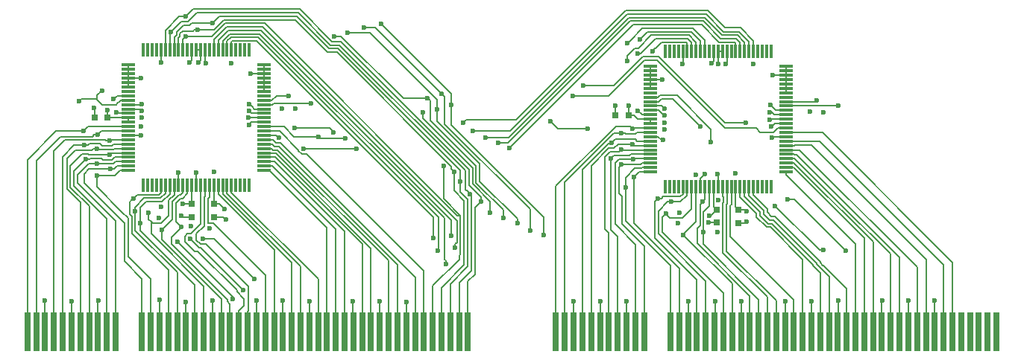
<source format=gtl>
G04 #@! TF.GenerationSoftware,KiCad,Pcbnew,(5.0.0-rc2-35-gda6600525)*
G04 #@! TF.CreationDate,2018-05-30T11:44:01-07:00*
G04 #@! TF.ProjectId,ram-based-register-card,72616D2D62617365642D726567697374,rev?*
G04 #@! TF.SameCoordinates,Original*
G04 #@! TF.FileFunction,Copper,L1,Top,Signal*
G04 #@! TF.FilePolarity,Positive*
%FSLAX46Y46*%
G04 Gerber Fmt 4.6, Leading zero omitted, Abs format (unit mm)*
G04 Created by KiCad (PCBNEW (5.0.0-rc2-35-gda6600525)) date 05/30/18 11:44:01*
%MOMM*%
%LPD*%
G01*
G04 APERTURE LIST*
G04 #@! TA.AperFunction,ConnectorPad*
%ADD10R,0.700000X4.400000*%
G04 #@! TD*
G04 #@! TA.AperFunction,SMDPad,CuDef*
%ADD11R,1.500000X0.300000*%
G04 #@! TD*
G04 #@! TA.AperFunction,SMDPad,CuDef*
%ADD12R,0.300000X1.500000*%
G04 #@! TD*
G04 #@! TA.AperFunction,SMDPad,CuDef*
%ADD13R,0.750000X0.800000*%
G04 #@! TD*
G04 #@! TA.AperFunction,SMDPad,CuDef*
%ADD14R,0.800000X0.750000*%
G04 #@! TD*
G04 #@! TA.AperFunction,ViaPad*
%ADD15C,0.600000*%
G04 #@! TD*
G04 #@! TA.AperFunction,Conductor*
%ADD16C,0.200000*%
G04 #@! TD*
G04 APERTURE END LIST*
D10*
G04 #@! TO.P,P1,1*
G04 #@! TO.N,/rd[31]*
X61950601Y-79689801D03*
G04 #@! TO.P,P1,2*
G04 #@! TO.N,/rd[30]*
X62950601Y-79689801D03*
G04 #@! TO.P,P1,3*
G04 #@! TO.N,GND*
X63950601Y-79689801D03*
G04 #@! TO.P,P1,4*
G04 #@! TO.N,/rd[29]*
X64950601Y-79689801D03*
G04 #@! TO.P,P1,5*
G04 #@! TO.N,/rd[28]*
X65950601Y-79689801D03*
G04 #@! TO.P,P1,6*
G04 #@! TO.N,VCC*
X66950601Y-79689801D03*
G04 #@! TO.P,P1,7*
G04 #@! TO.N,/rd[27]*
X67950601Y-79689801D03*
G04 #@! TO.P,P1,8*
G04 #@! TO.N,/rd[26]*
X68950601Y-79689801D03*
G04 #@! TO.P,P1,9*
G04 #@! TO.N,GND*
X69950601Y-79689801D03*
G04 #@! TO.P,P1,10*
G04 #@! TO.N,/rd[25]*
X70950601Y-79689801D03*
G04 #@! TO.P,P1,11*
G04 #@! TO.N,/rd[24]*
X71950601Y-79689801D03*
G04 #@! TO.P,P1,12*
G04 #@! TO.N,/rd[23]*
X74950601Y-79689801D03*
G04 #@! TO.P,P1,13*
G04 #@! TO.N,/rd[22]*
X75950601Y-79689801D03*
G04 #@! TO.P,P1,14*
G04 #@! TO.N,GND*
X76950601Y-79689801D03*
G04 #@! TO.P,P1,15*
G04 #@! TO.N,/rd[21]*
X77950601Y-79689801D03*
G04 #@! TO.P,P1,16*
G04 #@! TO.N,/rd[20]*
X78950601Y-79689801D03*
G04 #@! TO.P,P1,17*
G04 #@! TO.N,VCC*
X79950601Y-79689801D03*
G04 #@! TO.P,P1,18*
G04 #@! TO.N,/rd[19]*
X80950601Y-79689801D03*
G04 #@! TO.P,P1,19*
G04 #@! TO.N,/rd[18]*
X81950601Y-79689801D03*
G04 #@! TO.P,P1,20*
G04 #@! TO.N,GND*
X82950601Y-79689801D03*
G04 #@! TO.P,P1,21*
G04 #@! TO.N,/rd[17]*
X83950601Y-79689801D03*
G04 #@! TO.P,P1,22*
G04 #@! TO.N,/rd[16]*
X84950601Y-79689801D03*
G04 #@! TO.P,P1,23*
G04 #@! TO.N,/rs2[31]*
X85950601Y-79689801D03*
G04 #@! TO.P,P1,24*
G04 #@! TO.N,/rs2[30]*
X86950601Y-79689801D03*
G04 #@! TO.P,P1,25*
G04 #@! TO.N,GND*
X87950601Y-79689801D03*
G04 #@! TO.P,P1,26*
G04 #@! TO.N,/rs2[29]*
X88950601Y-79689801D03*
G04 #@! TO.P,P1,27*
G04 #@! TO.N,/rs2[28]*
X89950601Y-79689801D03*
G04 #@! TO.P,P1,28*
G04 #@! TO.N,VCC*
X90950601Y-79689801D03*
G04 #@! TO.P,P1,29*
G04 #@! TO.N,/rs2[27]*
X91950601Y-79689801D03*
G04 #@! TO.P,P1,30*
G04 #@! TO.N,/rs2[26]*
X92950601Y-79689801D03*
G04 #@! TO.P,P1,31*
G04 #@! TO.N,GND*
X93950601Y-79689801D03*
G04 #@! TO.P,P1,32*
G04 #@! TO.N,/rs2[25]*
X94950601Y-79689801D03*
G04 #@! TO.P,P1,33*
G04 #@! TO.N,/rs2[24]*
X95950601Y-79689801D03*
G04 #@! TO.P,P1,34*
G04 #@! TO.N,/rs2[23]*
X96950601Y-79689801D03*
G04 #@! TO.P,P1,35*
G04 #@! TO.N,/rs2[22]*
X97950601Y-79689801D03*
G04 #@! TO.P,P1,36*
G04 #@! TO.N,GND*
X98950601Y-79689801D03*
G04 #@! TO.P,P1,37*
G04 #@! TO.N,/rs2[21]*
X99950601Y-79689801D03*
G04 #@! TO.P,P1,38*
G04 #@! TO.N,/rs2[20]*
X100950601Y-79689801D03*
G04 #@! TO.P,P1,39*
G04 #@! TO.N,VCC*
X101950601Y-79689801D03*
G04 #@! TO.P,P1,40*
G04 #@! TO.N,/rs2[19]*
X102950601Y-79689801D03*
G04 #@! TO.P,P1,41*
G04 #@! TO.N,/rs2[18]*
X103950601Y-79689801D03*
G04 #@! TO.P,P1,42*
G04 #@! TO.N,GND*
X104950601Y-79689801D03*
G04 #@! TO.P,P1,43*
G04 #@! TO.N,/rs2[17]*
X105950601Y-79689801D03*
G04 #@! TO.P,P1,44*
G04 #@! TO.N,/rs2[16]*
X106950601Y-79689801D03*
G04 #@! TO.P,P1,45*
G04 #@! TO.N,/rda[0]*
X107950601Y-79689801D03*
G04 #@! TO.P,P1,46*
G04 #@! TO.N,/rda[1]*
X108950601Y-79689801D03*
G04 #@! TO.P,P1,47*
G04 #@! TO.N,/rda[2]*
X109950601Y-79689801D03*
G04 #@! TO.P,P1,48*
G04 #@! TO.N,/rda[3]*
X110950601Y-79689801D03*
G04 #@! TO.P,P1,49*
G04 #@! TO.N,/rda[4]*
X111950601Y-79689801D03*
G04 #@! TO.P,P1,50*
G04 #@! TO.N,/rd[15]*
X121950601Y-79689801D03*
G04 #@! TO.P,P1,61*
G04 #@! TO.N,/rd[7]*
X134950601Y-79689801D03*
G04 #@! TO.P,P1,51*
G04 #@! TO.N,/rd[14]*
X122950601Y-79689801D03*
G04 #@! TO.P,P1,52*
G04 #@! TO.N,GND*
X123950601Y-79689801D03*
G04 #@! TO.P,P1,53*
G04 #@! TO.N,/rd[13]*
X124950601Y-79689801D03*
G04 #@! TO.P,P1,54*
G04 #@! TO.N,/rd[12]*
X125950601Y-79689801D03*
G04 #@! TO.P,P1,55*
G04 #@! TO.N,VCC*
X126950601Y-79689801D03*
G04 #@! TO.P,P1,56*
G04 #@! TO.N,/rd[11]*
X127950601Y-79689801D03*
G04 #@! TO.P,P1,57*
G04 #@! TO.N,/rd[10]*
X128950601Y-79689801D03*
G04 #@! TO.P,P1,58*
G04 #@! TO.N,GND*
X129950601Y-79689801D03*
G04 #@! TO.P,P1,59*
G04 #@! TO.N,/rd[9]*
X130950601Y-79689801D03*
G04 #@! TO.P,P1,60*
G04 #@! TO.N,/rd[8]*
X131950601Y-79689801D03*
G04 #@! TO.P,P1,62*
G04 #@! TO.N,/rd[6]*
X135950601Y-79689801D03*
G04 #@! TO.P,P1,63*
G04 #@! TO.N,GND*
X136950601Y-79689801D03*
G04 #@! TO.P,P1,64*
G04 #@! TO.N,/rd[5]*
X137950601Y-79689801D03*
G04 #@! TO.P,P1,65*
G04 #@! TO.N,/rd[4]*
X138950601Y-79689801D03*
G04 #@! TO.P,P1,66*
G04 #@! TO.N,VCC*
X139950601Y-79689801D03*
G04 #@! TO.P,P1,67*
G04 #@! TO.N,/rd[3]*
X140950601Y-79689801D03*
G04 #@! TO.P,P1,68*
G04 #@! TO.N,/rd[2]*
X141950601Y-79689801D03*
G04 #@! TO.P,P1,69*
G04 #@! TO.N,GND*
X142950601Y-79689801D03*
G04 #@! TO.P,P1,70*
G04 #@! TO.N,/rd[1]*
X143950601Y-79689801D03*
G04 #@! TO.P,P1,71*
G04 #@! TO.N,/rd[0]*
X144950601Y-79689801D03*
G04 #@! TO.P,P1,72*
G04 #@! TO.N,/rs2[15]*
X145950601Y-79689801D03*
G04 #@! TO.P,P1,73*
G04 #@! TO.N,/rs2[14]*
X146950601Y-79689801D03*
G04 #@! TO.P,P1,74*
G04 #@! TO.N,GND*
X147950601Y-79689801D03*
G04 #@! TO.P,P1,75*
G04 #@! TO.N,/rs2[13]*
X148950601Y-79689801D03*
G04 #@! TO.P,P1,76*
G04 #@! TO.N,/rs2[12]*
X149950601Y-79689801D03*
G04 #@! TO.P,P1,77*
G04 #@! TO.N,VCC*
X150950601Y-79689801D03*
G04 #@! TO.P,P1,78*
G04 #@! TO.N,/rs2[11]*
X151950601Y-79689801D03*
G04 #@! TO.P,P1,79*
G04 #@! TO.N,/rs2[10]*
X152950601Y-79689801D03*
G04 #@! TO.P,P1,80*
G04 #@! TO.N,GND*
X153950601Y-79689801D03*
G04 #@! TO.P,P1,81*
G04 #@! TO.N,/rs2[9]*
X154950601Y-79689801D03*
G04 #@! TO.P,P1,82*
G04 #@! TO.N,/rs2[8]*
X155950601Y-79689801D03*
G04 #@! TO.P,P1,83*
G04 #@! TO.N,/rs2[7]*
X156950601Y-79689801D03*
G04 #@! TO.P,P1,84*
G04 #@! TO.N,/rs2[6]*
X157950601Y-79689801D03*
G04 #@! TO.P,P1,85*
G04 #@! TO.N,GND*
X158950601Y-79689801D03*
G04 #@! TO.P,P1,86*
G04 #@! TO.N,/rs2[5]*
X159950601Y-79689801D03*
G04 #@! TO.P,P1,87*
G04 #@! TO.N,/rs2[4]*
X160950601Y-79689801D03*
G04 #@! TO.P,P1,88*
G04 #@! TO.N,VCC*
X161950601Y-79689801D03*
G04 #@! TO.P,P1,89*
G04 #@! TO.N,/rs2[3]*
X162950601Y-79689801D03*
G04 #@! TO.P,P1,90*
G04 #@! TO.N,/rs2[2]*
X163950601Y-79689801D03*
G04 #@! TO.P,P1,91*
G04 #@! TO.N,GND*
X164950601Y-79689801D03*
G04 #@! TO.P,P1,92*
G04 #@! TO.N,/rs2[1]*
X165950601Y-79689801D03*
G04 #@! TO.P,P1,93*
G04 #@! TO.N,/rs2[0]*
X166950601Y-79689801D03*
G04 #@! TO.P,P1,94*
G04 #@! TO.N,Net-(P1-Pad94)*
X167950601Y-79689801D03*
G04 #@! TO.P,P1,95*
G04 #@! TO.N,Net-(P1-Pad95)*
X168950601Y-79689801D03*
G04 #@! TO.P,P1,96*
G04 #@! TO.N,Net-(P1-Pad96)*
X169950601Y-79689801D03*
G04 #@! TO.P,P1,97*
G04 #@! TO.N,Net-(P1-Pad97)*
X170950601Y-79689801D03*
G04 #@! TO.P,P1,98*
G04 #@! TO.N,Net-(P1-Pad98)*
X171950601Y-79689801D03*
G04 #@! TD*
D11*
G04 #@! TO.P,U1,100*
G04 #@! TO.N,/rd[22]*
X73406000Y-61292000D03*
G04 #@! TO.P,U1,99*
G04 #@! TO.N,/rd[23]*
X73406000Y-60792000D03*
G04 #@! TO.P,U1,98*
G04 #@! TO.N,/rd[24]*
X73406000Y-60292000D03*
G04 #@! TO.P,U1,97*
G04 #@! TO.N,/rd[25]*
X73406000Y-59792000D03*
G04 #@! TO.P,U1,96*
G04 #@! TO.N,/rd[26]*
X73406000Y-59292000D03*
G04 #@! TO.P,U1,95*
G04 #@! TO.N,/rd[27]*
X73406000Y-58792000D03*
G04 #@! TO.P,U1,94*
G04 #@! TO.N,/rd[28]*
X73406000Y-58292000D03*
G04 #@! TO.P,U1,93*
G04 #@! TO.N,/rd[29]*
X73406000Y-57792000D03*
G04 #@! TO.P,U1,92*
G04 #@! TO.N,GND*
X73406000Y-57292000D03*
G04 #@! TO.P,U1,91*
G04 #@! TO.N,/rd[30]*
X73406000Y-56792000D03*
G04 #@! TO.P,U1,90*
G04 #@! TO.N,/rd[31]*
X73406000Y-56292000D03*
G04 #@! TO.P,U1,89*
G04 #@! TO.N,VCC*
X73406000Y-55792000D03*
G04 #@! TO.P,U1,88*
X73406000Y-55292000D03*
G04 #@! TO.P,U1,87*
G04 #@! TO.N,/~rd_wr*
X73406000Y-54792000D03*
G04 #@! TO.P,U1,86*
G04 #@! TO.N,VCC*
X73406000Y-54292000D03*
G04 #@! TO.P,U1,85*
G04 #@! TO.N,GND*
X73406000Y-53792000D03*
G04 #@! TO.P,U1,84*
G04 #@! TO.N,/~rd_bhl*
X73406000Y-53292000D03*
G04 #@! TO.P,U1,83*
G04 #@! TO.N,/~rd_bhh*
X73406000Y-52792000D03*
G04 #@! TO.P,U1,82*
G04 #@! TO.N,N/C*
X73406000Y-52292000D03*
G04 #@! TO.P,U1,81*
G04 #@! TO.N,GND*
X73406000Y-51792000D03*
G04 #@! TO.P,U1,80*
X73406000Y-51292000D03*
G04 #@! TO.P,U1,79*
X73406000Y-50792000D03*
G04 #@! TO.P,U1,78*
X73406000Y-50292000D03*
G04 #@! TO.P,U1,77*
X73406000Y-49792000D03*
G04 #@! TO.P,U1,76*
X73406000Y-49292000D03*
D12*
G04 #@! TO.P,U1,75*
G04 #@! TO.N,N/C*
X75106000Y-47592000D03*
G04 #@! TO.P,U1,74*
X75606000Y-47592000D03*
G04 #@! TO.P,U1,73*
X76106000Y-47592000D03*
G04 #@! TO.P,U1,72*
X76606000Y-47592000D03*
G04 #@! TO.P,U1,71*
G04 #@! TO.N,GND*
X77106000Y-47592000D03*
G04 #@! TO.P,U1,70*
G04 #@! TO.N,/rda[4]*
X77606000Y-47592000D03*
G04 #@! TO.P,U1,69*
G04 #@! TO.N,/rda[3]*
X78106000Y-47592000D03*
G04 #@! TO.P,U1,68*
G04 #@! TO.N,/rda[2]*
X78606000Y-47592000D03*
G04 #@! TO.P,U1,67*
G04 #@! TO.N,/rda[1]*
X79106000Y-47592000D03*
G04 #@! TO.P,U1,66*
G04 #@! TO.N,/rda[0]*
X79606000Y-47592000D03*
G04 #@! TO.P,U1,65*
G04 #@! TO.N,Net-(U1-Pad65)*
X80106000Y-47592000D03*
G04 #@! TO.P,U1,64*
G04 #@! TO.N,VCC*
X80606000Y-47592000D03*
G04 #@! TO.P,U1,63*
G04 #@! TO.N,GND*
X81106000Y-47592000D03*
G04 #@! TO.P,U1,62*
X81606000Y-47592000D03*
G04 #@! TO.P,U1,61*
G04 #@! TO.N,VCC*
X82106000Y-47592000D03*
G04 #@! TO.P,U1,60*
G04 #@! TO.N,Net-(U1-Pad60)*
X82606000Y-47592000D03*
G04 #@! TO.P,U1,59*
G04 #@! TO.N,/rs2a[0]*
X83106000Y-47592000D03*
G04 #@! TO.P,U1,58*
G04 #@! TO.N,/rs2a[1]*
X83606000Y-47592000D03*
G04 #@! TO.P,U1,57*
G04 #@! TO.N,/rs2a[2]*
X84106000Y-47592000D03*
G04 #@! TO.P,U1,56*
G04 #@! TO.N,/rs2a[3]*
X84606000Y-47592000D03*
G04 #@! TO.P,U1,55*
G04 #@! TO.N,/rs2a[4]*
X85106000Y-47592000D03*
G04 #@! TO.P,U1,54*
G04 #@! TO.N,N/C*
X85606000Y-47592000D03*
G04 #@! TO.P,U1,53*
X86106000Y-47592000D03*
G04 #@! TO.P,U1,52*
X86606000Y-47592000D03*
G04 #@! TO.P,U1,51*
X87106000Y-47592000D03*
D11*
G04 #@! TO.P,U1,50*
G04 #@! TO.N,GND*
X88806000Y-49292000D03*
G04 #@! TO.P,U1,49*
X88806000Y-49792000D03*
G04 #@! TO.P,U1,48*
X88806000Y-50292000D03*
G04 #@! TO.P,U1,47*
X88806000Y-50792000D03*
G04 #@! TO.P,U1,46*
X88806000Y-51292000D03*
G04 #@! TO.P,U1,45*
X88806000Y-51792000D03*
G04 #@! TO.P,U1,44*
X88806000Y-52292000D03*
G04 #@! TO.P,U1,43*
G04 #@! TO.N,N/C*
X88806000Y-52792000D03*
G04 #@! TO.P,U1,42*
G04 #@! TO.N,/~rs2_bhh*
X88806000Y-53292000D03*
G04 #@! TO.P,U1,41*
G04 #@! TO.N,/~rs2_bhl*
X88806000Y-53792000D03*
G04 #@! TO.P,U1,40*
G04 #@! TO.N,GND*
X88806000Y-54292000D03*
G04 #@! TO.P,U1,39*
G04 #@! TO.N,VCC*
X88806000Y-54792000D03*
G04 #@! TO.P,U1,38*
G04 #@! TO.N,GND*
X88806000Y-55292000D03*
G04 #@! TO.P,U1,37*
G04 #@! TO.N,VCC*
X88806000Y-55792000D03*
G04 #@! TO.P,U1,36*
G04 #@! TO.N,/~rs2_rd*
X88806000Y-56292000D03*
G04 #@! TO.P,U1,35*
G04 #@! TO.N,/rs2[16]*
X88806000Y-56792000D03*
G04 #@! TO.P,U1,34*
G04 #@! TO.N,GND*
X88806000Y-57292000D03*
G04 #@! TO.P,U1,33*
G04 #@! TO.N,/rs2[17]*
X88806000Y-57792000D03*
G04 #@! TO.P,U1,32*
G04 #@! TO.N,/rs2[18]*
X88806000Y-58292000D03*
G04 #@! TO.P,U1,31*
G04 #@! TO.N,/rs2[19]*
X88806000Y-58792000D03*
G04 #@! TO.P,U1,30*
G04 #@! TO.N,/rs2[20]*
X88806000Y-59292000D03*
G04 #@! TO.P,U1,29*
G04 #@! TO.N,/rs2[21]*
X88806000Y-59792000D03*
G04 #@! TO.P,U1,28*
G04 #@! TO.N,/rs2[22]*
X88806000Y-60292000D03*
G04 #@! TO.P,U1,27*
G04 #@! TO.N,/rs2[23]*
X88806000Y-60792000D03*
G04 #@! TO.P,U1,26*
G04 #@! TO.N,/rs2[24]*
X88806000Y-61292000D03*
D12*
G04 #@! TO.P,U1,25*
G04 #@! TO.N,N/C*
X87106000Y-62992000D03*
G04 #@! TO.P,U1,24*
X86606000Y-62992000D03*
G04 #@! TO.P,U1,23*
X86106000Y-62992000D03*
G04 #@! TO.P,U1,22*
X85606000Y-62992000D03*
G04 #@! TO.P,U1,21*
G04 #@! TO.N,/rs2[25]*
X85106000Y-62992000D03*
G04 #@! TO.P,U1,20*
G04 #@! TO.N,/rs2[26]*
X84606000Y-62992000D03*
G04 #@! TO.P,U1,19*
G04 #@! TO.N,/rs2[27]*
X84106000Y-62992000D03*
G04 #@! TO.P,U1,18*
G04 #@! TO.N,/rs2[28]*
X83606000Y-62992000D03*
G04 #@! TO.P,U1,17*
G04 #@! TO.N,VCC*
X83106000Y-62992000D03*
G04 #@! TO.P,U1,16*
G04 #@! TO.N,/rs2[29]*
X82606000Y-62992000D03*
G04 #@! TO.P,U1,15*
G04 #@! TO.N,/rs2[30]*
X82106000Y-62992000D03*
G04 #@! TO.P,U1,14*
G04 #@! TO.N,/rs2[31]*
X81606000Y-62992000D03*
G04 #@! TO.P,U1,13*
G04 #@! TO.N,GND*
X81106000Y-62992000D03*
G04 #@! TO.P,U1,12*
G04 #@! TO.N,VCC*
X80606000Y-62992000D03*
G04 #@! TO.P,U1,11*
G04 #@! TO.N,/rd[16]*
X80106000Y-62992000D03*
G04 #@! TO.P,U1,10*
G04 #@! TO.N,/rd[17]*
X79606000Y-62992000D03*
G04 #@! TO.P,U1,9*
G04 #@! TO.N,GND*
X79106000Y-62992000D03*
G04 #@! TO.P,U1,8*
G04 #@! TO.N,/rd[18]*
X78606000Y-62992000D03*
G04 #@! TO.P,U1,7*
G04 #@! TO.N,/rd[19]*
X78106000Y-62992000D03*
G04 #@! TO.P,U1,6*
G04 #@! TO.N,/rd[20]*
X77606000Y-62992000D03*
G04 #@! TO.P,U1,5*
G04 #@! TO.N,/rd[21]*
X77106000Y-62992000D03*
G04 #@! TO.P,U1,4*
G04 #@! TO.N,N/C*
X76606000Y-62992000D03*
G04 #@! TO.P,U1,3*
X76106000Y-62992000D03*
G04 #@! TO.P,U1,2*
X75606000Y-62992000D03*
G04 #@! TO.P,U1,1*
X75106000Y-62992000D03*
G04 #@! TD*
G04 #@! TO.P,U2,1*
G04 #@! TO.N,N/C*
X134350000Y-63150000D03*
G04 #@! TO.P,U2,2*
X134850000Y-63150000D03*
G04 #@! TO.P,U2,3*
X135350000Y-63150000D03*
G04 #@! TO.P,U2,4*
X135850000Y-63150000D03*
G04 #@! TO.P,U2,5*
G04 #@! TO.N,/rd[5]*
X136350000Y-63150000D03*
G04 #@! TO.P,U2,6*
G04 #@! TO.N,/rd[4]*
X136850000Y-63150000D03*
G04 #@! TO.P,U2,7*
G04 #@! TO.N,/rd[3]*
X137350000Y-63150000D03*
G04 #@! TO.P,U2,8*
G04 #@! TO.N,/rd[2]*
X137850000Y-63150000D03*
G04 #@! TO.P,U2,9*
G04 #@! TO.N,GND*
X138350000Y-63150000D03*
G04 #@! TO.P,U2,10*
G04 #@! TO.N,/rd[1]*
X138850000Y-63150000D03*
G04 #@! TO.P,U2,11*
G04 #@! TO.N,/rd[0]*
X139350000Y-63150000D03*
G04 #@! TO.P,U2,12*
G04 #@! TO.N,VCC*
X139850000Y-63150000D03*
G04 #@! TO.P,U2,13*
G04 #@! TO.N,GND*
X140350000Y-63150000D03*
G04 #@! TO.P,U2,14*
G04 #@! TO.N,/rs2[15]*
X140850000Y-63150000D03*
G04 #@! TO.P,U2,15*
G04 #@! TO.N,/rs2[14]*
X141350000Y-63150000D03*
G04 #@! TO.P,U2,16*
G04 #@! TO.N,/rs2[13]*
X141850000Y-63150000D03*
G04 #@! TO.P,U2,17*
G04 #@! TO.N,VCC*
X142350000Y-63150000D03*
G04 #@! TO.P,U2,18*
G04 #@! TO.N,/rs2[12]*
X142850000Y-63150000D03*
G04 #@! TO.P,U2,19*
G04 #@! TO.N,/rs2[11]*
X143350000Y-63150000D03*
G04 #@! TO.P,U2,20*
G04 #@! TO.N,/rs2[10]*
X143850000Y-63150000D03*
G04 #@! TO.P,U2,21*
G04 #@! TO.N,/rs2[9]*
X144350000Y-63150000D03*
G04 #@! TO.P,U2,22*
G04 #@! TO.N,N/C*
X144850000Y-63150000D03*
G04 #@! TO.P,U2,23*
X145350000Y-63150000D03*
G04 #@! TO.P,U2,24*
X145850000Y-63150000D03*
G04 #@! TO.P,U2,25*
X146350000Y-63150000D03*
D11*
G04 #@! TO.P,U2,26*
G04 #@! TO.N,/rs2[8]*
X148050000Y-61450000D03*
G04 #@! TO.P,U2,27*
G04 #@! TO.N,/rs2[7]*
X148050000Y-60950000D03*
G04 #@! TO.P,U2,28*
G04 #@! TO.N,/rs2[6]*
X148050000Y-60450000D03*
G04 #@! TO.P,U2,29*
G04 #@! TO.N,/rs2[5]*
X148050000Y-59950000D03*
G04 #@! TO.P,U2,30*
G04 #@! TO.N,/rs2[4]*
X148050000Y-59450000D03*
G04 #@! TO.P,U2,31*
G04 #@! TO.N,/rs2[3]*
X148050000Y-58950000D03*
G04 #@! TO.P,U2,32*
G04 #@! TO.N,/rs2[2]*
X148050000Y-58450000D03*
G04 #@! TO.P,U2,33*
G04 #@! TO.N,/rs2[1]*
X148050000Y-57950000D03*
G04 #@! TO.P,U2,34*
G04 #@! TO.N,GND*
X148050000Y-57450000D03*
G04 #@! TO.P,U2,35*
G04 #@! TO.N,/rs2[0]*
X148050000Y-56950000D03*
G04 #@! TO.P,U2,36*
G04 #@! TO.N,/~rs2_rd*
X148050000Y-56450000D03*
G04 #@! TO.P,U2,37*
G04 #@! TO.N,VCC*
X148050000Y-55950000D03*
G04 #@! TO.P,U2,38*
G04 #@! TO.N,GND*
X148050000Y-55450000D03*
G04 #@! TO.P,U2,39*
G04 #@! TO.N,VCC*
X148050000Y-54950000D03*
G04 #@! TO.P,U2,40*
G04 #@! TO.N,GND*
X148050000Y-54450000D03*
G04 #@! TO.P,U2,41*
G04 #@! TO.N,/~rs2_bll*
X148050000Y-53950000D03*
G04 #@! TO.P,U2,42*
G04 #@! TO.N,/~rs2_blh*
X148050000Y-53450000D03*
G04 #@! TO.P,U2,43*
G04 #@! TO.N,N/C*
X148050000Y-52950000D03*
G04 #@! TO.P,U2,44*
G04 #@! TO.N,GND*
X148050000Y-52450000D03*
G04 #@! TO.P,U2,45*
X148050000Y-51950000D03*
G04 #@! TO.P,U2,46*
X148050000Y-51450000D03*
G04 #@! TO.P,U2,47*
X148050000Y-50950000D03*
G04 #@! TO.P,U2,48*
X148050000Y-50450000D03*
G04 #@! TO.P,U2,49*
X148050000Y-49950000D03*
G04 #@! TO.P,U2,50*
X148050000Y-49450000D03*
D12*
G04 #@! TO.P,U2,51*
G04 #@! TO.N,N/C*
X146350000Y-47750000D03*
G04 #@! TO.P,U2,52*
X145850000Y-47750000D03*
G04 #@! TO.P,U2,53*
X145350000Y-47750000D03*
G04 #@! TO.P,U2,54*
X144850000Y-47750000D03*
G04 #@! TO.P,U2,55*
G04 #@! TO.N,/rs2a[4]*
X144350000Y-47750000D03*
G04 #@! TO.P,U2,56*
G04 #@! TO.N,/rs2a[3]*
X143850000Y-47750000D03*
G04 #@! TO.P,U2,57*
G04 #@! TO.N,/rs2a[2]*
X143350000Y-47750000D03*
G04 #@! TO.P,U2,58*
G04 #@! TO.N,/rs2a[1]*
X142850000Y-47750000D03*
G04 #@! TO.P,U2,59*
G04 #@! TO.N,/rs2a[0]*
X142350000Y-47750000D03*
G04 #@! TO.P,U2,60*
G04 #@! TO.N,Net-(U2-Pad60)*
X141850000Y-47750000D03*
G04 #@! TO.P,U2,61*
G04 #@! TO.N,VCC*
X141350000Y-47750000D03*
G04 #@! TO.P,U2,62*
G04 #@! TO.N,GND*
X140850000Y-47750000D03*
G04 #@! TO.P,U2,63*
X140350000Y-47750000D03*
G04 #@! TO.P,U2,64*
G04 #@! TO.N,VCC*
X139850000Y-47750000D03*
G04 #@! TO.P,U2,65*
G04 #@! TO.N,Net-(U2-Pad65)*
X139350000Y-47750000D03*
G04 #@! TO.P,U2,66*
G04 #@! TO.N,/rda[0]*
X138850000Y-47750000D03*
G04 #@! TO.P,U2,67*
G04 #@! TO.N,/rda[1]*
X138350000Y-47750000D03*
G04 #@! TO.P,U2,68*
G04 #@! TO.N,/rda[2]*
X137850000Y-47750000D03*
G04 #@! TO.P,U2,69*
G04 #@! TO.N,/rda[3]*
X137350000Y-47750000D03*
G04 #@! TO.P,U2,70*
G04 #@! TO.N,/rda[4]*
X136850000Y-47750000D03*
G04 #@! TO.P,U2,71*
G04 #@! TO.N,GND*
X136350000Y-47750000D03*
G04 #@! TO.P,U2,72*
G04 #@! TO.N,N/C*
X135850000Y-47750000D03*
G04 #@! TO.P,U2,73*
X135350000Y-47750000D03*
G04 #@! TO.P,U2,74*
X134850000Y-47750000D03*
G04 #@! TO.P,U2,75*
X134350000Y-47750000D03*
D11*
G04 #@! TO.P,U2,76*
G04 #@! TO.N,GND*
X132650000Y-49450000D03*
G04 #@! TO.P,U2,77*
X132650000Y-49950000D03*
G04 #@! TO.P,U2,78*
X132650000Y-50450000D03*
G04 #@! TO.P,U2,79*
X132650000Y-50950000D03*
G04 #@! TO.P,U2,80*
X132650000Y-51450000D03*
G04 #@! TO.P,U2,81*
X132650000Y-51950000D03*
G04 #@! TO.P,U2,82*
G04 #@! TO.N,N/C*
X132650000Y-52450000D03*
G04 #@! TO.P,U2,83*
G04 #@! TO.N,/~rd_blh*
X132650000Y-52950000D03*
G04 #@! TO.P,U2,84*
G04 #@! TO.N,/~rd_bll*
X132650000Y-53450000D03*
G04 #@! TO.P,U2,85*
G04 #@! TO.N,GND*
X132650000Y-53950000D03*
G04 #@! TO.P,U2,86*
G04 #@! TO.N,VCC*
X132650000Y-54450000D03*
G04 #@! TO.P,U2,87*
G04 #@! TO.N,/~rd_wr*
X132650000Y-54950000D03*
G04 #@! TO.P,U2,88*
G04 #@! TO.N,VCC*
X132650000Y-55450000D03*
G04 #@! TO.P,U2,89*
X132650000Y-55950000D03*
G04 #@! TO.P,U2,90*
G04 #@! TO.N,/rd[15]*
X132650000Y-56450000D03*
G04 #@! TO.P,U2,91*
G04 #@! TO.N,/rd[14]*
X132650000Y-56950000D03*
G04 #@! TO.P,U2,92*
G04 #@! TO.N,GND*
X132650000Y-57450000D03*
G04 #@! TO.P,U2,93*
G04 #@! TO.N,/rd[13]*
X132650000Y-57950000D03*
G04 #@! TO.P,U2,94*
G04 #@! TO.N,/rd[12]*
X132650000Y-58450000D03*
G04 #@! TO.P,U2,95*
G04 #@! TO.N,/rd[11]*
X132650000Y-58950000D03*
G04 #@! TO.P,U2,96*
G04 #@! TO.N,/rd[10]*
X132650000Y-59450000D03*
G04 #@! TO.P,U2,97*
G04 #@! TO.N,/rd[9]*
X132650000Y-59950000D03*
G04 #@! TO.P,U2,98*
G04 #@! TO.N,/rd[8]*
X132650000Y-60450000D03*
G04 #@! TO.P,U2,99*
G04 #@! TO.N,/rd[7]*
X132650000Y-60950000D03*
G04 #@! TO.P,U2,100*
G04 #@! TO.N,/rd[6]*
X132650000Y-61450000D03*
G04 #@! TD*
D13*
G04 #@! TO.P,C1,2*
G04 #@! TO.N,GND*
X80619600Y-66600200D03*
G04 #@! TO.P,C1,1*
G04 #@! TO.N,VCC*
X80619600Y-65100200D03*
G04 #@! TD*
G04 #@! TO.P,C2,1*
G04 #@! TO.N,VCC*
X83108800Y-65100200D03*
G04 #@! TO.P,C2,2*
G04 #@! TO.N,GND*
X83108800Y-66600200D03*
G04 #@! TD*
D14*
G04 #@! TO.P,C3,2*
G04 #@! TO.N,GND*
X69543800Y-55295800D03*
G04 #@! TO.P,C3,1*
G04 #@! TO.N,VCC*
X71043800Y-55295800D03*
G04 #@! TD*
D13*
G04 #@! TO.P,C4,1*
G04 #@! TO.N,VCC*
X140200000Y-65740000D03*
G04 #@! TO.P,C4,2*
G04 #@! TO.N,GND*
X140200000Y-67240000D03*
G04 #@! TD*
G04 #@! TO.P,C5,2*
G04 #@! TO.N,GND*
X142680000Y-67260000D03*
G04 #@! TO.P,C5,1*
G04 #@! TO.N,VCC*
X142680000Y-65760000D03*
G04 #@! TD*
D14*
G04 #@! TO.P,C6,1*
G04 #@! TO.N,VCC*
X130210000Y-55030000D03*
G04 #@! TO.P,C6,2*
G04 #@! TO.N,GND*
X128710000Y-55030000D03*
G04 #@! TD*
D15*
G04 #@! TO.N,/rd[31]*
X68280000Y-56830010D03*
G04 #@! TO.N,/rd[30]*
X69919925Y-57242549D03*
G04 #@! TO.N,/rd[29]*
X71260733Y-57887277D03*
G04 #@! TO.N,/rd[28]*
X68402447Y-58430033D03*
G04 #@! TO.N,/rd[27]*
X69880041Y-58842572D03*
G04 #@! TO.N,/rd[26]*
X71272193Y-59521901D03*
G04 #@! TO.N,/rd[25]*
X68563382Y-60030056D03*
G04 #@! TO.N,/rd[24]*
X69867801Y-60521922D03*
G04 #@! TO.N,/rd[23]*
X71372662Y-61121924D03*
G04 #@! TO.N,/rd[22]*
X69850000Y-61898000D03*
G04 #@! TO.N,/rd[21]*
X73990000Y-64480000D03*
G04 #@! TO.N,/rd[20]*
X74130000Y-65920000D03*
G04 #@! TO.N,/rd[19]*
X74780000Y-67300000D03*
G04 #@! TO.N,/rd[18]*
X75720000Y-66090000D03*
G04 #@! TO.N,/rd[17]*
X77188909Y-68069990D03*
G04 #@! TO.N,/rd[16]*
X79420000Y-67719975D03*
G04 #@! TO.N,/rd[15]*
X130650000Y-56550010D03*
G04 #@! TO.N,/rd[14]*
X129370000Y-57050000D03*
G04 #@! TO.N,/rd[13]*
X128252117Y-58152127D03*
G04 #@! TO.N,/rd[12]*
X130670000Y-58349990D03*
G04 #@! TO.N,/rd[11]*
X129370000Y-58900010D03*
G04 #@! TO.N,/rd[10]*
X128210672Y-59890672D03*
G04 #@! TO.N,/rd[9]*
X130720000Y-59999990D03*
G04 #@! TO.N,/rd[8]*
X129390000Y-60600000D03*
G04 #@! TO.N,/rd[7]*
X129850000Y-63200000D03*
G04 #@! TO.N,/rd[6]*
X130770000Y-62040000D03*
G04 #@! TO.N,/rd[5]*
X133470000Y-64490000D03*
G04 #@! TO.N,/rd[4]*
X135040000Y-64850000D03*
G04 #@! TO.N,/rd[3]*
X134410000Y-66220000D03*
G04 #@! TO.N,/rd[2]*
X136380000Y-68610000D03*
G04 #@! TO.N,/rd[1]*
X138595022Y-64872195D03*
G04 #@! TO.N,/rd[0]*
X138650000Y-68290000D03*
G04 #@! TO.N,/rda[4]*
X132908514Y-47689979D03*
X113410000Y-64810000D03*
X79910000Y-43780000D03*
G04 #@! TO.N,/rda[3]*
X78250010Y-45557917D03*
X131206309Y-47968484D03*
X112177953Y-63944997D03*
G04 #@! TO.N,/rda[2]*
X130020000Y-48800000D03*
X111089924Y-62550000D03*
X82950000Y-44550000D03*
G04 #@! TO.N,/rda[1]*
X131460000Y-46360000D03*
X110363628Y-61406372D03*
X81310000Y-45260000D03*
G04 #@! TO.N,/rda[0]*
X130066273Y-46806273D03*
X109195778Y-60804222D03*
X79930945Y-46025164D03*
G04 #@! TO.N,/rs2a[4]*
X108020000Y-69020000D03*
X111414426Y-55860010D03*
G04 #@! TO.N,/rs2a[3]*
X108569990Y-70420000D03*
X112480000Y-56830000D03*
G04 #@! TO.N,/rs2a[2]*
X109430000Y-71980000D03*
X113940000Y-57520000D03*
G04 #@! TO.N,/rs2a[1]*
X115350000Y-58180000D03*
X110090010Y-68726582D03*
G04 #@! TO.N,/rs2a[0]*
X110509968Y-70105728D03*
X116620000Y-58770000D03*
G04 #@! TO.N,/rs1a[4]*
X114500000Y-66070000D03*
X106860000Y-54710000D03*
G04 #@! TO.N,/rs1a[3]*
X116000000Y-66700000D03*
X107350000Y-53060000D03*
X96800000Y-46020032D03*
G04 #@! TO.N,/rs1a[2]*
X117560000Y-67330000D03*
X108430000Y-54370000D03*
X98310000Y-45630000D03*
G04 #@! TO.N,/rs1a[1]*
X119050000Y-68150000D03*
X108990000Y-52570000D03*
X100190002Y-45020000D03*
G04 #@! TO.N,/rs1a[0]*
X120560000Y-68650000D03*
X110060000Y-53859968D03*
X102100000Y-44610000D03*
G04 #@! TO.N,GND*
X63940000Y-76130000D03*
X69970000Y-76070000D03*
X76920000Y-76030000D03*
X82970000Y-76060000D03*
X87940000Y-76100000D03*
X94010000Y-76150000D03*
X98920000Y-76170000D03*
X104940000Y-76240000D03*
X87144341Y-53710572D03*
X86999983Y-55303999D03*
X87320000Y-50280000D03*
X85110000Y-49080000D03*
X74870000Y-50750000D03*
X69530000Y-54170000D03*
X83160000Y-61480000D03*
X81140000Y-61520000D03*
X79070000Y-61500000D03*
X76854622Y-66690012D03*
X90460223Y-57560033D03*
X123960000Y-76220000D03*
X129940000Y-76170000D03*
X136940000Y-76180000D03*
X142960000Y-76150000D03*
X147970000Y-76170000D03*
X153970000Y-76130000D03*
X158970000Y-76130000D03*
X164950000Y-76090000D03*
X139295024Y-67240000D03*
X144360000Y-49140000D03*
X136300000Y-49140000D03*
X133990000Y-50940000D03*
X128720000Y-53930000D03*
X142280000Y-61650000D03*
X140280607Y-68309078D03*
X140249990Y-61690000D03*
X143595023Y-67155033D03*
X146580000Y-50430000D03*
X81330000Y-49040000D03*
X140376644Y-49208709D03*
X77120000Y-48980000D03*
X74890000Y-55300000D03*
X74914302Y-53700845D03*
X74840000Y-57310000D03*
X134072625Y-57800272D03*
X134243114Y-55843336D03*
X134253568Y-54243378D03*
X135779886Y-67285770D03*
X80495703Y-67645753D03*
X79409048Y-66440160D03*
X84451575Y-66894249D03*
X146490000Y-57519872D03*
X146320000Y-53850000D03*
X146240846Y-55480005D03*
X138820000Y-61720000D03*
X92370341Y-54269282D03*
X152290000Y-54640011D03*
G04 #@! TO.N,VCC*
X66940000Y-76180000D03*
X90960000Y-76130000D03*
X101900000Y-76170000D03*
X79950000Y-76221465D03*
X87079652Y-54507964D03*
X87080000Y-56100000D03*
X84330000Y-65700000D03*
X79600000Y-65110000D03*
X77140000Y-65450000D03*
X71054222Y-54437258D03*
X126960000Y-76170000D03*
X139990000Y-76150000D03*
X150950000Y-76170000D03*
X161930000Y-76080000D03*
X139309998Y-66440000D03*
X130230000Y-53910000D03*
X140350000Y-64650000D03*
X143578399Y-65904042D03*
X150800000Y-54550010D03*
X80360000Y-49030000D03*
X82239998Y-49060000D03*
X141210000Y-49200000D03*
X139582754Y-49109928D03*
X74878742Y-54500067D03*
X74870000Y-56290000D03*
X134243411Y-55043325D03*
X134249998Y-56660000D03*
X135938263Y-66085759D03*
X82590053Y-67900674D03*
X146377043Y-56319861D03*
X146235639Y-54680010D03*
X137850000Y-61750000D03*
X90877326Y-54269279D03*
G04 #@! TO.N,/~rd_bhh*
X71731549Y-53189990D03*
X79010000Y-69410000D03*
X85230000Y-75910000D03*
G04 #@! TO.N,/~rd_bhl*
X67770000Y-53440000D03*
X70400000Y-52190000D03*
X80400000Y-69100000D03*
X86393015Y-74891126D03*
G04 #@! TO.N,/~rd_wr*
X87737822Y-73677822D03*
X99300000Y-58850000D03*
X121310000Y-55670000D03*
X125510000Y-56550000D03*
X131260000Y-54480000D03*
X81833976Y-69083976D03*
X93310001Y-58780000D03*
X72040000Y-54695790D03*
G04 #@! TO.N,/~rs2_bhh*
X91640000Y-52770000D03*
G04 #@! TO.N,/~rs2_bhl*
X94170728Y-53669272D03*
G04 #@! TO.N,/~rs2_rd*
X98030000Y-57620000D03*
X123848899Y-52784057D03*
X94986095Y-57447292D03*
G04 #@! TO.N,/~rs1_rd*
X92300000Y-56460000D03*
X143510000Y-55849990D03*
X125048299Y-51618054D03*
X96686647Y-56925365D03*
G04 #@! TO.N,/~rs2_bll*
X153959272Y-53900728D03*
G04 #@! TO.N,/~rs2_blh*
X151510000Y-53340000D03*
G04 #@! TO.N,/~rd_blh*
X146830000Y-65320000D03*
X139560544Y-58040011D03*
X152280000Y-70360000D03*
G04 #@! TO.N,/~rd_bll*
X148269891Y-64540000D03*
X138350000Y-56263767D03*
X154840000Y-70410004D03*
G04 #@! TD*
D16*
G04 #@! TO.N,/rd[31]*
X61950601Y-60087399D02*
X65207990Y-56830010D01*
X68818010Y-56292000D02*
X68579999Y-56530011D01*
X68579999Y-56530011D02*
X68280000Y-56830010D01*
X73406000Y-56292000D02*
X68818010Y-56292000D01*
X65207990Y-56830010D02*
X67855736Y-56830010D01*
X61950601Y-79689801D02*
X61950601Y-60087399D01*
X67855736Y-56830010D02*
X68280000Y-56830010D01*
G04 #@! TO.N,/rd[30]*
X73406000Y-56792000D02*
X70370474Y-56792000D01*
X70370474Y-56792000D02*
X70219924Y-56942550D01*
X70219924Y-56942550D02*
X69919925Y-57242549D01*
X62950601Y-60147399D02*
X62950601Y-77289801D01*
X69308198Y-57430012D02*
X65667988Y-57430012D01*
X69495661Y-57242549D02*
X69308198Y-57430012D01*
X62950601Y-77289801D02*
X62950601Y-79689801D01*
X65667988Y-57430012D02*
X62950601Y-60147399D01*
X69919925Y-57242549D02*
X69495661Y-57242549D01*
G04 #@! TO.N,/rd[29]*
X73406000Y-57792000D02*
X71356010Y-57792000D01*
X71356010Y-57792000D02*
X71260733Y-57887277D01*
X70836469Y-57887277D02*
X70791751Y-57842559D01*
X70791751Y-57842559D02*
X68746227Y-57842559D01*
X64950601Y-77289801D02*
X64950601Y-79689801D01*
X71260733Y-57887277D02*
X70836469Y-57887277D01*
X64950601Y-59077399D02*
X64950601Y-77289801D01*
X66197977Y-57830023D02*
X64950601Y-59077399D01*
X68746227Y-57842559D02*
X68733691Y-57830023D01*
X68733691Y-57830023D02*
X66197977Y-57830023D01*
G04 #@! TO.N,/rd[28]*
X71744014Y-58292000D02*
X71548735Y-58487279D01*
X70412752Y-58487279D02*
X70168043Y-58242570D01*
X69014174Y-58242570D02*
X68826711Y-58430033D01*
X68826711Y-58430033D02*
X68402447Y-58430033D01*
X67247967Y-58430033D02*
X67978183Y-58430033D01*
X73406000Y-58292000D02*
X71744014Y-58292000D01*
X71548735Y-58487279D02*
X70412752Y-58487279D01*
X67978183Y-58430033D02*
X68402447Y-58430033D01*
X65950601Y-59727399D02*
X67247967Y-58430033D01*
X70168043Y-58242570D02*
X69014174Y-58242570D01*
X65950601Y-79689801D02*
X65950601Y-59727399D01*
G04 #@! TO.N,/rd[27]*
X71809714Y-58792000D02*
X71712267Y-58889447D01*
X71712267Y-58889447D02*
X69926916Y-58889447D01*
X69926916Y-58889447D02*
X69880041Y-58842572D01*
X73406000Y-58792000D02*
X71809714Y-58792000D01*
X67342265Y-59030035D02*
X66419989Y-59952311D01*
X69268314Y-59030035D02*
X67342265Y-59030035D01*
X66419989Y-59952311D02*
X66419989Y-63413689D01*
X66419989Y-63413689D02*
X67950601Y-64944301D01*
X69880041Y-58842572D02*
X69455777Y-58842572D01*
X67950601Y-64944301D02*
X67950601Y-77289801D01*
X69455777Y-58842572D02*
X69268314Y-59030035D01*
X67950601Y-77289801D02*
X67950601Y-79689801D01*
G04 #@! TO.N,/rd[26]*
X71502094Y-59292000D02*
X71272193Y-59521901D01*
X73406000Y-59292000D02*
X71502094Y-59292000D01*
X68950601Y-71640000D02*
X68950601Y-71220601D01*
X68950601Y-79689801D02*
X68950601Y-71640000D01*
X71272193Y-59521901D02*
X68947993Y-59521901D01*
X68856138Y-59430046D02*
X68167244Y-59430046D01*
X68950601Y-71190601D02*
X68950601Y-71640000D01*
X68167244Y-59430046D02*
X66820000Y-60777290D01*
X68950601Y-65378601D02*
X68950601Y-71190601D01*
X68947993Y-59521901D02*
X68856138Y-59430046D01*
X66820000Y-60777290D02*
X66820000Y-63248000D01*
X66820000Y-63248000D02*
X68950601Y-65378601D01*
G04 #@! TO.N,/rd[25]*
X70950601Y-79689801D02*
X70950601Y-77289801D01*
X70950601Y-77289801D02*
X70970000Y-77270402D01*
X70970000Y-77270402D02*
X70970000Y-73110000D01*
X70970000Y-73110000D02*
X70970000Y-72640000D01*
X67240000Y-63068000D02*
X67240000Y-61353438D01*
X69095790Y-59921912D02*
X68987646Y-60030056D01*
X68987646Y-60030056D02*
X68563382Y-60030056D01*
X70970000Y-73110000D02*
X70970000Y-66798000D01*
X70970000Y-66798000D02*
X67240000Y-63068000D01*
X68263383Y-60330055D02*
X68563382Y-60030056D01*
X70529580Y-60121902D02*
X70329590Y-59921912D01*
X67240000Y-61353438D02*
X68263383Y-60330055D01*
X71560194Y-60121902D02*
X70529580Y-60121902D01*
X73406000Y-59792000D02*
X71890096Y-59792000D01*
X70329590Y-59921912D02*
X69095790Y-59921912D01*
X71890096Y-59792000D02*
X71560194Y-60121902D01*
G04 #@! TO.N,/rd[24]*
X73406000Y-60292000D02*
X71955796Y-60292000D01*
X70292065Y-60521922D02*
X69867801Y-60521922D01*
X71955796Y-60292000D02*
X71725874Y-60521922D01*
X71725874Y-60521922D02*
X70292065Y-60521922D01*
X71950601Y-79689801D02*
X71950601Y-73300000D01*
X71950601Y-73300000D02*
X71950601Y-72870601D01*
X71950601Y-73300000D02*
X71950601Y-67028601D01*
X69443537Y-60521922D02*
X69867801Y-60521922D01*
X67650000Y-62728000D02*
X67650000Y-61811442D01*
X71950601Y-67028601D02*
X67650000Y-62728000D01*
X67650000Y-61811442D02*
X68939520Y-60521922D01*
X68939520Y-60521922D02*
X69443537Y-60521922D01*
G04 #@! TO.N,/rs2[31]*
X79799998Y-69368002D02*
X80922020Y-70490024D01*
X85950601Y-77289801D02*
X85950601Y-79689801D01*
X80490002Y-68499998D02*
X80111998Y-68499998D01*
X80922020Y-70490024D02*
X81295191Y-70490024D01*
X85752726Y-74947559D02*
X85752726Y-75104864D01*
X85752726Y-75104864D02*
X86549550Y-75901688D01*
X80111998Y-68499998D02*
X79799998Y-68811998D01*
X79799998Y-68811998D02*
X79799998Y-69368002D01*
X86549550Y-75901688D02*
X86549550Y-76690852D01*
X81606000Y-62992000D02*
X81606000Y-67384000D01*
X86549550Y-76690852D02*
X85950601Y-77289801D01*
X81295191Y-70490024D02*
X85752726Y-74947559D01*
X81606000Y-67384000D02*
X80490002Y-68499998D01*
G04 #@! TO.N,/rs2[30]*
X82106000Y-64229700D02*
X82106000Y-63942000D01*
X82106000Y-63942000D02*
X82106000Y-62992000D01*
X86950601Y-77289801D02*
X86993017Y-77247385D01*
X81079998Y-68515160D02*
X82006011Y-67589147D01*
X81079998Y-69208002D02*
X81079998Y-68515160D01*
X86950601Y-79689801D02*
X86950601Y-77289801D01*
X86993017Y-74521019D02*
X82172000Y-69700002D01*
X82172000Y-69700002D02*
X81571998Y-69700002D01*
X81571998Y-69700002D02*
X81079998Y-69208002D01*
X82006011Y-67589147D02*
X82006011Y-64329689D01*
X86993017Y-77247385D02*
X86993017Y-74521019D01*
X82006011Y-64329689D02*
X82106000Y-64229700D01*
G04 #@! TO.N,/rs2[29]*
X88950601Y-77289801D02*
X88950601Y-79689801D01*
X88950601Y-73232599D02*
X88950601Y-77289801D01*
X82606000Y-64287998D02*
X82433799Y-64460199D01*
X82606000Y-62992000D02*
X82606000Y-64287998D01*
X82433799Y-64460199D02*
X82433799Y-67240201D01*
X82433799Y-67240201D02*
X82493799Y-67300201D01*
X82493799Y-67300201D02*
X83018203Y-67300201D01*
X83018203Y-67300201D02*
X88950601Y-73232599D01*
G04 #@! TO.N,/rs2[28]*
X83606000Y-64017996D02*
X89950601Y-70362597D01*
X83606000Y-62992000D02*
X83606000Y-64017996D01*
X89950601Y-70362597D02*
X89950601Y-77289801D01*
X89950601Y-77289801D02*
X89950601Y-79689801D01*
G04 #@! TO.N,/rs2[27]*
X91950601Y-71796897D02*
X91950601Y-77289801D01*
X91950601Y-77289801D02*
X91950601Y-79689801D01*
X84106000Y-63952296D02*
X91950601Y-71796897D01*
X84106000Y-62992000D02*
X84106000Y-63952296D01*
G04 #@! TO.N,/rs2[26]*
X84606000Y-62992000D02*
X84606000Y-63886596D01*
X92950601Y-72231197D02*
X92950601Y-77289801D01*
X92950601Y-77289801D02*
X92950601Y-79689801D01*
X84606000Y-63886596D02*
X92950601Y-72231197D01*
G04 #@! TO.N,/rs2[25]*
X94950601Y-77289801D02*
X94950601Y-79689801D01*
X85106000Y-62992000D02*
X85106000Y-63819963D01*
X85106000Y-63819963D02*
X94950601Y-73664564D01*
X94950601Y-73664564D02*
X94950601Y-77289801D01*
G04 #@! TO.N,/rs2[24]*
X89406000Y-61292000D02*
X88806000Y-61292000D01*
X95950601Y-67836601D02*
X89406000Y-61292000D01*
X95950601Y-79689801D02*
X95950601Y-67836601D01*
G04 #@! TO.N,/rd[23]*
X73406000Y-60792000D02*
X72126850Y-60792000D01*
X71796926Y-61121924D02*
X71372662Y-61121924D01*
X72126850Y-60792000D02*
X71796926Y-61121924D01*
X72979965Y-71639965D02*
X72979965Y-67277965D01*
X70948398Y-61121924D02*
X71372662Y-61121924D01*
X68946076Y-61121924D02*
X70948398Y-61121924D01*
X74950601Y-73610601D02*
X72979965Y-71639965D01*
X74950601Y-79689801D02*
X74950601Y-73610601D01*
X68380000Y-61688000D02*
X68946076Y-61121924D01*
X72979965Y-67277965D02*
X68380000Y-62678000D01*
X68380000Y-62678000D02*
X68380000Y-61688000D01*
G04 #@! TO.N,/rd[22]*
X72456000Y-61292000D02*
X71840000Y-61908000D01*
X73406000Y-61292000D02*
X72456000Y-61292000D01*
X71840000Y-61908000D02*
X69860000Y-61908000D01*
X69860000Y-61908000D02*
X69850000Y-61898000D01*
X69850000Y-63178000D02*
X69850000Y-61898000D01*
X72780000Y-66108000D02*
X72652000Y-65980000D01*
X72652000Y-65980000D02*
X69850000Y-63178000D01*
X75950601Y-79689801D02*
X75950601Y-73650601D01*
X73379976Y-71079976D02*
X73379976Y-66707976D01*
X75950601Y-73650601D02*
X73379976Y-71079976D01*
X73379976Y-66707976D02*
X72652000Y-65980000D01*
G04 #@! TO.N,/rd[21]*
X74420023Y-64049977D02*
X74289999Y-64180001D01*
X77106000Y-63821200D02*
X76877223Y-64049977D01*
X77106000Y-62992000D02*
X77106000Y-63821200D01*
X76877223Y-64049977D02*
X74420023Y-64049977D01*
X74289999Y-64180001D02*
X73990000Y-64480000D01*
X77950601Y-79689801D02*
X77950601Y-72630601D01*
X77950601Y-72630601D02*
X73779987Y-68459987D01*
X73529998Y-66258002D02*
X73529998Y-64940002D01*
X73779987Y-66507991D02*
X73529998Y-66258002D01*
X73529998Y-64940002D02*
X73690001Y-64779999D01*
X73690001Y-64779999D02*
X73990000Y-64480000D01*
X73779987Y-68459987D02*
X73779987Y-66507991D01*
G04 #@! TO.N,/rd[20]*
X77606000Y-63886900D02*
X77042912Y-64449988D01*
X74130000Y-65495736D02*
X74130000Y-65920000D01*
X75175748Y-64449988D02*
X74130000Y-65495736D01*
X77606000Y-62992000D02*
X77606000Y-63886900D01*
X77042912Y-64449988D02*
X75175748Y-64449988D01*
X78950601Y-79689801D02*
X78950601Y-72880601D01*
X74179998Y-65969998D02*
X74130000Y-65920000D01*
X74179998Y-68109998D02*
X74179998Y-65969998D01*
X78950601Y-72880601D02*
X74179998Y-68109998D01*
G04 #@! TO.N,/rd[19]*
X74780000Y-68140000D02*
X74780000Y-67724264D01*
X74780000Y-67724264D02*
X74780000Y-67300000D01*
X80950601Y-79689801D02*
X80950601Y-74310601D01*
X75401997Y-64849999D02*
X74780000Y-65471996D01*
X80950601Y-74310601D02*
X74780000Y-68140000D01*
X74780000Y-65471996D02*
X74780000Y-66875736D01*
X78106000Y-63952600D02*
X77208601Y-64849999D01*
X78106000Y-62992000D02*
X78106000Y-63952600D01*
X77208601Y-64849999D02*
X75401997Y-64849999D01*
X74780000Y-66875736D02*
X74780000Y-67300000D01*
G04 #@! TO.N,/rd[18]*
X76010000Y-67124264D02*
X75720000Y-66834264D01*
X75720000Y-66834264D02*
X75720000Y-66514264D01*
X75720000Y-66514264D02*
X75720000Y-66090000D01*
X81950601Y-74450003D02*
X76010000Y-68509402D01*
X76010000Y-68509402D02*
X76010000Y-67124264D01*
X81950601Y-79689801D02*
X81950601Y-74450003D01*
X78009024Y-66423612D02*
X77142623Y-67290013D01*
X76175749Y-67290013D02*
X76010000Y-67124264D01*
X78606000Y-64084596D02*
X78009024Y-64681572D01*
X78009024Y-64681572D02*
X78009024Y-66423612D01*
X77142623Y-67290013D02*
X76175749Y-67290013D01*
X78606000Y-62992000D02*
X78606000Y-64084596D01*
G04 #@! TO.N,/rd[17]*
X83950601Y-79689801D02*
X83950601Y-75884303D01*
X77188909Y-69122611D02*
X77188909Y-68494254D01*
X77188909Y-68494254D02*
X77188909Y-68069990D01*
X83950601Y-75884303D02*
X77188909Y-69122611D01*
X79606000Y-62992000D02*
X79606000Y-63820296D01*
X78409035Y-64847261D02*
X78409035Y-66849864D01*
X79146309Y-64109987D02*
X78409035Y-64847261D01*
X77488908Y-67769991D02*
X77188909Y-68069990D01*
X79606000Y-63820296D02*
X79316309Y-64109987D01*
X79316309Y-64109987D02*
X79146309Y-64109987D01*
X78409035Y-66849864D02*
X77488908Y-67769991D01*
G04 #@! TO.N,/rd[16]*
X80106000Y-62992000D02*
X80106000Y-63942000D01*
X78809046Y-67109021D02*
X79120001Y-67419976D01*
X78809046Y-65012950D02*
X78809046Y-67109021D01*
X79120001Y-67419976D02*
X79420000Y-67719975D01*
X79538002Y-64509998D02*
X79311998Y-64509998D01*
X79311998Y-64509998D02*
X78809046Y-65012950D01*
X80106000Y-63942000D02*
X79538002Y-64509998D01*
X78269999Y-69628001D02*
X78269999Y-68910001D01*
X84629999Y-75988001D02*
X78269999Y-69628001D01*
X84629999Y-76198001D02*
X84629999Y-75988001D01*
X84950601Y-76518603D02*
X84629999Y-76198001D01*
X79120001Y-68059999D02*
X79420000Y-67760000D01*
X78269999Y-68910001D02*
X79120001Y-68059999D01*
X84950601Y-79689801D02*
X84950601Y-76518603D01*
G04 #@! TO.N,/rd[15]*
X132650000Y-56450000D02*
X130750010Y-56450000D01*
X130750010Y-56450000D02*
X130650000Y-56550010D01*
X128739989Y-56250011D02*
X130350001Y-56250011D01*
X121950601Y-79689801D02*
X121950601Y-63039399D01*
X121950601Y-63039399D02*
X128739989Y-56250011D01*
X130350001Y-56250011D02*
X130650000Y-56550010D01*
G04 #@! TO.N,/rd[14]*
X132650000Y-56950000D02*
X131138014Y-56950000D01*
X130938002Y-57150012D02*
X129894276Y-57150012D01*
X129794264Y-57050000D02*
X129370000Y-57050000D01*
X129894276Y-57150012D02*
X129794264Y-57050000D01*
X131138014Y-56950000D02*
X130938002Y-57150012D01*
X129370000Y-57050000D02*
X128505700Y-57050000D01*
X122950601Y-77289801D02*
X122950601Y-79689801D01*
X128505700Y-57050000D02*
X122950601Y-62605099D01*
X122950601Y-62605099D02*
X122950601Y-77289801D01*
G04 #@! TO.N,/rd[13]*
X124950601Y-61170799D02*
X127969273Y-58152127D01*
X131158012Y-57950000D02*
X130945140Y-57737128D01*
X127969273Y-58152127D02*
X128252117Y-58152127D01*
X124950601Y-79689801D02*
X124950601Y-61170799D01*
X132650000Y-57950000D02*
X131158012Y-57950000D01*
X128552116Y-57852128D02*
X128252117Y-58152127D01*
X128667116Y-57737128D02*
X128552116Y-57852128D01*
X130945140Y-57737128D02*
X128667116Y-57737128D01*
G04 #@! TO.N,/rd[12]*
X132650000Y-58450000D02*
X130770010Y-58450000D01*
X130770010Y-58450000D02*
X130670000Y-58349990D01*
X125950601Y-60736499D02*
X125950601Y-77289801D01*
X130245736Y-58349990D02*
X130195746Y-58300000D01*
X130670000Y-58349990D02*
X130245736Y-58349990D01*
X125950601Y-77289801D02*
X125950601Y-79689801D01*
X127934971Y-58752129D02*
X125950601Y-60736499D01*
X128540119Y-58752129D02*
X127934971Y-58752129D01*
X128992248Y-58300000D02*
X128540119Y-58752129D01*
X130195746Y-58300000D02*
X128992248Y-58300000D01*
G04 #@! TO.N,/rd[11]*
X132650000Y-58950000D02*
X129419990Y-58950000D01*
X129419990Y-58950000D02*
X129370000Y-58900010D01*
X127520000Y-59732800D02*
X128100660Y-59152140D01*
X129117870Y-59152140D02*
X129370000Y-58900010D01*
X127950601Y-68430601D02*
X127520000Y-68000000D01*
X128100660Y-59152140D02*
X129117870Y-59152140D01*
X127950601Y-79689801D02*
X127950601Y-68430601D01*
X127520000Y-68000000D02*
X127520000Y-59732800D01*
G04 #@! TO.N,/rd[10]*
X128210672Y-68080672D02*
X128210672Y-60314936D01*
X128950601Y-79689801D02*
X128950601Y-68820601D01*
X132650000Y-59450000D02*
X131058012Y-59450000D01*
X130431999Y-59399989D02*
X130277715Y-59554273D01*
X128950601Y-68820601D02*
X128210672Y-68080672D01*
X128547071Y-59554273D02*
X128510671Y-59590673D01*
X128510671Y-59590673D02*
X128210672Y-59890672D01*
X130277715Y-59554273D02*
X128547071Y-59554273D01*
X131008001Y-59399989D02*
X130431999Y-59399989D01*
X131058012Y-59450000D02*
X131008001Y-59399989D01*
X128210672Y-60314936D02*
X128210672Y-59890672D01*
G04 #@! TO.N,/rd[9]*
X130769990Y-59950000D02*
X130720000Y-59999990D01*
X132650000Y-59950000D02*
X130769990Y-59950000D01*
X130295736Y-59999990D02*
X130285746Y-59990000D01*
X130720000Y-59999990D02*
X130295736Y-59999990D01*
X130285746Y-59990000D02*
X129130000Y-59990000D01*
X129130000Y-59990000D02*
X128650000Y-60470000D01*
X128650000Y-60470000D02*
X128650000Y-67410000D01*
X130950601Y-69710601D02*
X130950601Y-79689801D01*
X128650000Y-67410000D02*
X130950601Y-69710601D01*
G04 #@! TO.N,/rd[8]*
X131700000Y-60450000D02*
X131550000Y-60600000D01*
X132650000Y-60450000D02*
X131700000Y-60450000D01*
X131550000Y-60600000D02*
X129390000Y-60600000D01*
X129090001Y-60899999D02*
X129090001Y-63860001D01*
X129390000Y-60600000D02*
X129090001Y-60899999D01*
X129090001Y-63860001D02*
X129430000Y-64200000D01*
X129430000Y-64200000D02*
X129430000Y-67400000D01*
X131950601Y-69920601D02*
X131950601Y-79689801D01*
X129430000Y-67400000D02*
X131950601Y-69920601D01*
G04 #@! TO.N,/rd[7]*
X134950601Y-79689801D02*
X134950601Y-72150601D01*
X129850000Y-62105736D02*
X129850000Y-62775736D01*
X134950601Y-72150601D02*
X129850000Y-67050000D01*
X129850000Y-63624264D02*
X129850000Y-63200000D01*
X131665710Y-61049989D02*
X130905747Y-61049989D01*
X129850000Y-67050000D02*
X129850000Y-63624264D01*
X129850000Y-62775736D02*
X129850000Y-63200000D01*
X130905747Y-61049989D02*
X129850000Y-62105736D01*
X131765699Y-60950000D02*
X131665710Y-61049989D01*
X132650000Y-60950000D02*
X131765699Y-60950000D01*
G04 #@! TO.N,/rd[6]*
X131360000Y-61450000D02*
X130770000Y-62040000D01*
X132650000Y-61450000D02*
X131360000Y-61450000D01*
X135950601Y-72470601D02*
X135950601Y-77289801D01*
X135950601Y-77289801D02*
X135950601Y-79689801D01*
X130770000Y-67290000D02*
X135950601Y-72470601D01*
X130770000Y-62040000D02*
X130770000Y-67290000D01*
G04 #@! TO.N,/rd[5]*
X136350000Y-63150000D02*
X136350000Y-63978600D01*
X136350000Y-63978600D02*
X136078602Y-64249998D01*
X134134266Y-64249998D02*
X133894264Y-64490000D01*
X136078602Y-64249998D02*
X134134266Y-64249998D01*
X133894264Y-64490000D02*
X133470000Y-64490000D01*
X137950601Y-73740601D02*
X137950601Y-77289801D01*
X133154588Y-68944588D02*
X137950601Y-73740601D01*
X137950601Y-77289801D02*
X137950601Y-79689801D01*
X133470000Y-64490000D02*
X133154588Y-64805412D01*
X133154588Y-64805412D02*
X133154588Y-68944588D01*
G04 #@! TO.N,/rd[4]*
X136044300Y-64850000D02*
X135464264Y-64850000D01*
X136779978Y-64038622D02*
X136779978Y-64114322D01*
X135464264Y-64850000D02*
X135040000Y-64850000D01*
X136850000Y-63968600D02*
X136779978Y-64038622D01*
X136779978Y-64114322D02*
X136044300Y-64850000D01*
X136850000Y-63150000D02*
X136850000Y-63968600D01*
X133554599Y-65911137D02*
X133554599Y-68474599D01*
X134615736Y-64850000D02*
X133554599Y-65911137D01*
X138950601Y-77289801D02*
X138950601Y-79689801D01*
X135040000Y-64850000D02*
X134615736Y-64850000D01*
X138950601Y-73870601D02*
X138950601Y-77289801D01*
X133554599Y-68474599D02*
X138950601Y-73870601D01*
G04 #@! TO.N,/rd[3]*
X137350000Y-63150000D02*
X137350000Y-65648002D01*
X134110001Y-66519999D02*
X134410000Y-66220000D01*
X134875769Y-66685769D02*
X134709999Y-66519999D01*
X136312233Y-66685769D02*
X134875769Y-66685769D01*
X140950601Y-75218605D02*
X134049998Y-68318002D01*
X134049998Y-66580002D02*
X134110001Y-66519999D01*
X134709999Y-66519999D02*
X134410000Y-66220000D01*
X134049998Y-68318002D02*
X134049998Y-66580002D01*
X140950601Y-79689801D02*
X140950601Y-75218605D01*
X137350000Y-65648002D02*
X136312233Y-66685769D01*
G04 #@! TO.N,/rd[2]*
X141950601Y-79689801D02*
X141950601Y-74180601D01*
X141950601Y-74180601D02*
X136679999Y-68909999D01*
X137850000Y-63150000D02*
X137850000Y-67140000D01*
X136679999Y-68909999D02*
X136380000Y-68610000D01*
X137850000Y-67140000D02*
X136679999Y-68310001D01*
X136679999Y-68310001D02*
X136380000Y-68610000D01*
G04 #@! TO.N,/rd[1]*
X138850000Y-63150000D02*
X138850000Y-64617217D01*
X137960000Y-69612900D02*
X137960000Y-67840000D01*
X138295023Y-65172194D02*
X138595022Y-64872195D01*
X138295003Y-65172214D02*
X138295023Y-65172194D01*
X143950601Y-79689801D02*
X143950601Y-75603501D01*
X137960000Y-67840000D02*
X138295003Y-67504997D01*
X138295003Y-67504997D02*
X138295003Y-65172214D01*
X143950601Y-75603501D02*
X137960000Y-69612900D01*
X138850000Y-64617217D02*
X138595022Y-64872195D01*
G04 #@! TO.N,/rd[0]*
X138650000Y-68290000D02*
X138650000Y-69690000D01*
X144950601Y-75990601D02*
X144950601Y-79689801D01*
X138650000Y-69690000D02*
X144950601Y-75990601D01*
X139350000Y-65355700D02*
X138695014Y-66010686D01*
X138695014Y-67820722D02*
X138650000Y-67865736D01*
X138650000Y-67865736D02*
X138650000Y-68290000D01*
X138695014Y-66010686D02*
X138695014Y-67820722D01*
X139350000Y-63150000D02*
X139350000Y-65355700D01*
G04 #@! TO.N,/rda[4]*
X133279681Y-47389980D02*
X133208513Y-47389980D01*
X136850000Y-47750000D02*
X136850000Y-46809998D01*
X136740001Y-46699999D02*
X133969662Y-46699999D01*
X136850000Y-46809998D02*
X136740001Y-46699999D01*
X133208513Y-47389980D02*
X132908514Y-47689979D01*
X133969662Y-46699999D02*
X133279681Y-47389980D01*
X111950601Y-73909399D02*
X111950601Y-79689801D01*
X112730000Y-73130000D02*
X111950601Y-73909399D01*
X113410000Y-64810000D02*
X112730000Y-65490000D01*
X112730000Y-65490000D02*
X112730000Y-73130000D01*
X79165736Y-43780000D02*
X79485736Y-43780000D01*
X79485736Y-43780000D02*
X79910000Y-43780000D01*
X77606000Y-45339736D02*
X79165736Y-43780000D01*
X77606000Y-47592000D02*
X77606000Y-45339736D01*
X97557234Y-46620034D02*
X96541998Y-46620034D01*
X112089945Y-61152745D02*
X97557234Y-46620034D01*
X113410000Y-64328500D02*
X112089945Y-63008445D01*
X80209999Y-43480001D02*
X79910000Y-43780000D01*
X80750000Y-42940000D02*
X80209999Y-43480001D01*
X92861964Y-42940000D02*
X80750000Y-42940000D01*
X96541998Y-46620034D02*
X92861964Y-42940000D01*
X112089945Y-63008445D02*
X112089945Y-61152745D01*
X113410000Y-64810000D02*
X113410000Y-64328500D01*
G04 #@! TO.N,/rda[3]*
X78106000Y-47592000D02*
X78106000Y-45701927D01*
X78106000Y-45701927D02*
X78250010Y-45557917D01*
X136905690Y-46299988D02*
X133238612Y-46299988D01*
X131570116Y-47968484D02*
X131206309Y-47968484D01*
X137350000Y-47750000D02*
X137350000Y-46744298D01*
X133238612Y-46299988D02*
X131570116Y-47968484D01*
X137350000Y-46744298D02*
X136905690Y-46299988D01*
X112310010Y-64077054D02*
X112177953Y-63944997D01*
X110950601Y-74059399D02*
X112310010Y-72699990D01*
X110950601Y-79689801D02*
X110950601Y-74059399D01*
X112310010Y-72699990D02*
X112310010Y-64077054D01*
X96346309Y-47020045D02*
X97391545Y-47020045D01*
X111877954Y-63644998D02*
X112177953Y-63944997D01*
X111689934Y-63456978D02*
X111877954Y-63644998D01*
X80178001Y-44380001D02*
X81217991Y-43340011D01*
X111689934Y-61318434D02*
X111689934Y-63456978D01*
X97391545Y-47020045D02*
X111689934Y-61318434D01*
X79427926Y-44380001D02*
X80178001Y-44380001D01*
X78250010Y-45557917D02*
X79427926Y-44380001D01*
X92666275Y-43340011D02*
X96346309Y-47020045D01*
X81217991Y-43340011D02*
X92666275Y-43340011D01*
G04 #@! TO.N,/rda[2]*
X137850000Y-46678598D02*
X137071379Y-45899977D01*
X137071379Y-45899977D02*
X132771092Y-45899977D01*
X130918308Y-47368483D02*
X130020000Y-48266791D01*
X130020000Y-48266791D02*
X130020000Y-48375736D01*
X137850000Y-47750000D02*
X137850000Y-46678598D01*
X130020000Y-48375736D02*
X130020000Y-48800000D01*
X132771092Y-45899977D02*
X131302586Y-47368483D01*
X131302586Y-47368483D02*
X130918308Y-47368483D01*
X111089924Y-62974264D02*
X111089924Y-62550000D01*
X111910000Y-64542306D02*
X111089924Y-63722230D01*
X111910000Y-72230000D02*
X111910000Y-64542306D01*
X111089924Y-63722230D02*
X111089924Y-62974264D01*
X109950601Y-74189399D02*
X111910000Y-72230000D01*
X109950601Y-79689801D02*
X109950601Y-74189399D01*
X78606000Y-46139794D02*
X78860011Y-45885783D01*
X80593702Y-44550000D02*
X82525736Y-44550000D01*
X82525736Y-44550000D02*
X82950000Y-44550000D01*
X78606000Y-47592000D02*
X78606000Y-46139794D01*
X79645724Y-44780012D02*
X80363690Y-44780012D01*
X78860011Y-45885783D02*
X78860011Y-45565725D01*
X80363690Y-44780012D02*
X80593702Y-44550000D01*
X78860011Y-45565725D02*
X79645724Y-44780012D01*
X111089924Y-61284124D02*
X97225856Y-47420056D01*
X96180620Y-47420056D02*
X92500586Y-43740022D01*
X97225856Y-47420056D02*
X96180620Y-47420056D01*
X83249999Y-44250001D02*
X82950000Y-44550000D01*
X83759978Y-43740022D02*
X83249999Y-44250001D01*
X92500586Y-43740022D02*
X83759978Y-43740022D01*
X111089924Y-62550000D02*
X111089924Y-61284124D01*
G04 #@! TO.N,/rda[1]*
X131460000Y-46360000D02*
X132320034Y-45499966D01*
X138350000Y-46515700D02*
X138350000Y-46800000D01*
X137334266Y-45499966D02*
X138350000Y-46515700D01*
X132320034Y-45499966D02*
X137334266Y-45499966D01*
X138350000Y-46800000D02*
X138350000Y-47750000D01*
X108950601Y-74623701D02*
X111509990Y-72064312D01*
X110363628Y-63578989D02*
X110363628Y-61830636D01*
X110363628Y-61830636D02*
X110363628Y-61406372D01*
X111509990Y-64725351D02*
X110363628Y-63578989D01*
X111509990Y-72064312D02*
X111509990Y-64725351D01*
X108950601Y-79689801D02*
X108950601Y-74623701D01*
X97060167Y-47820067D02*
X96014931Y-47820067D01*
X110363628Y-61406372D02*
X110063629Y-61106373D01*
X83098002Y-45260000D02*
X81734264Y-45260000D01*
X110063629Y-61106373D02*
X110063629Y-60823529D01*
X84216065Y-44141937D02*
X83098002Y-45260000D01*
X81734264Y-45260000D02*
X81310000Y-45260000D01*
X92336801Y-44141937D02*
X84216065Y-44141937D01*
X110063629Y-60823529D02*
X97060167Y-47820067D01*
X96014931Y-47820067D02*
X92336801Y-44141937D01*
X79260022Y-46051472D02*
X79260022Y-45735714D01*
X80885736Y-45260000D02*
X81310000Y-45260000D01*
X79106000Y-47592000D02*
X79106000Y-46205494D01*
X79575713Y-45420023D02*
X80725713Y-45420023D01*
X79106000Y-46205494D02*
X79260022Y-46051472D01*
X79260022Y-45735714D02*
X79575713Y-45420023D01*
X80725713Y-45420023D02*
X80885736Y-45260000D01*
G04 #@! TO.N,/rda[0]*
X111109978Y-66439978D02*
X111109978Y-70838622D01*
X107950601Y-77289801D02*
X107950601Y-79689801D01*
X111109978Y-70838622D02*
X110969980Y-70978620D01*
X110969980Y-70978620D02*
X110969980Y-71410020D01*
X107950601Y-74429399D02*
X107950601Y-77289801D01*
X110969980Y-71410020D02*
X107950601Y-74429399D01*
X130366272Y-46506274D02*
X130066273Y-46806273D01*
X131772591Y-45099955D02*
X130366272Y-46506274D01*
X138850000Y-46450000D02*
X137499955Y-45099955D01*
X137499955Y-45099955D02*
X131772591Y-45099955D01*
X138850000Y-47750000D02*
X138850000Y-46450000D01*
X111109978Y-66439978D02*
X109195778Y-64525778D01*
X109195778Y-61228486D02*
X109195778Y-60804222D01*
X109195778Y-64525778D02*
X109195778Y-61228486D01*
X80355209Y-46025164D02*
X79930945Y-46025164D01*
X88871948Y-44541948D02*
X84381754Y-44541948D01*
X79606000Y-46350109D02*
X79630946Y-46325163D01*
X84381754Y-44541948D02*
X82898538Y-46025164D01*
X111109978Y-66439978D02*
X110769978Y-66439978D01*
X110769978Y-66439978D02*
X88871948Y-44541948D01*
X79606000Y-47592000D02*
X79606000Y-46350109D01*
X79630946Y-46325163D02*
X79930945Y-46025164D01*
X82898538Y-46025164D02*
X80355209Y-46025164D01*
G04 #@! TO.N,/rs2[23]*
X96950601Y-77289801D02*
X96950601Y-79689801D01*
X96950601Y-67986601D02*
X96950601Y-77289801D01*
X89756000Y-60792000D02*
X96950601Y-67986601D01*
X88806000Y-60792000D02*
X89756000Y-60792000D01*
G04 #@! TO.N,/rs2[22]*
X89756000Y-60292000D02*
X88806000Y-60292000D01*
X89983500Y-60292000D02*
X89756000Y-60292000D01*
X97950601Y-68259101D02*
X89983500Y-60292000D01*
X97950601Y-79689801D02*
X97950601Y-68259101D01*
G04 #@! TO.N,/rs2[21]*
X99950601Y-77289801D02*
X99950601Y-79689801D01*
X90049200Y-59792000D02*
X99950601Y-69693401D01*
X88806000Y-59792000D02*
X90049200Y-59792000D01*
X99950601Y-69693401D02*
X99950601Y-77289801D01*
G04 #@! TO.N,/rs2[20]*
X89607088Y-59292000D02*
X89675155Y-59360067D01*
X90182967Y-59360067D02*
X100950601Y-70127701D01*
X100950601Y-70127701D02*
X100950601Y-77289801D01*
X89675155Y-59360067D02*
X90182967Y-59360067D01*
X100950601Y-77289801D02*
X100950601Y-79689801D01*
X88806000Y-59292000D02*
X89607088Y-59292000D01*
G04 #@! TO.N,/rs2[19]*
X88806000Y-58792000D02*
X89672788Y-58792000D01*
X89840844Y-58960056D02*
X90348656Y-58960056D01*
X90348656Y-58960056D02*
X102950601Y-71562001D01*
X102950601Y-71562001D02*
X102950601Y-77289801D01*
X89672788Y-58792000D02*
X89840844Y-58960056D01*
X102950601Y-77289801D02*
X102950601Y-79689801D01*
G04 #@! TO.N,/rs2[18]*
X88806000Y-58292000D02*
X89738488Y-58292000D01*
X90006533Y-58560045D02*
X90514345Y-58560045D01*
X89738488Y-58292000D02*
X90006533Y-58560045D01*
X103950601Y-71996301D02*
X103950601Y-77289801D01*
X90514345Y-58560045D02*
X103950601Y-71996301D01*
X103950601Y-77289801D02*
X103950601Y-79689801D01*
G04 #@! TO.N,/rs2[17]*
X105950601Y-73430601D02*
X105950601Y-77289801D01*
X88806000Y-57792000D02*
X89804188Y-57792000D01*
X90172222Y-58160034D02*
X90680034Y-58160034D01*
X90680034Y-58160034D02*
X105950601Y-73430601D01*
X105950601Y-77289801D02*
X105950601Y-79689801D01*
X89804188Y-57792000D02*
X90172222Y-58160034D01*
G04 #@! TO.N,/rs2[16]*
X90543975Y-56792000D02*
X92739977Y-58988002D01*
X88806000Y-56792000D02*
X90543975Y-56792000D01*
X106950601Y-72746301D02*
X106950601Y-77289801D01*
X93111977Y-59440002D02*
X93644302Y-59440002D01*
X92739977Y-59068002D02*
X93111977Y-59440002D01*
X106950601Y-77289801D02*
X106950601Y-79689801D01*
X93644302Y-59440002D02*
X106950601Y-72746301D01*
X92739977Y-58988002D02*
X92739977Y-59068002D01*
G04 #@! TO.N,/rs2[15]*
X140950001Y-64938001D02*
X140899978Y-64988024D01*
X145950601Y-75696301D02*
X145950601Y-77289801D01*
X140950001Y-64361999D02*
X140950001Y-64938001D01*
X145950601Y-77289801D02*
X145950601Y-79689801D01*
X140850000Y-63150000D02*
X140850000Y-64261998D01*
X140899978Y-64988024D02*
X140899978Y-70645678D01*
X140850000Y-64261998D02*
X140950001Y-64361999D01*
X140899978Y-70645678D02*
X145950601Y-75696301D01*
G04 #@! TO.N,/rs2[14]*
X141350000Y-64100000D02*
X141350012Y-64100012D01*
X146950601Y-77289801D02*
X146950601Y-79689801D01*
X141350012Y-64100012D02*
X141350012Y-65103690D01*
X146950601Y-76130601D02*
X146950601Y-77289801D01*
X141350000Y-63150000D02*
X141350000Y-64100000D01*
X141299989Y-70479989D02*
X146950601Y-76130601D01*
X141299989Y-65153713D02*
X141299989Y-70479989D01*
X141350012Y-65103690D02*
X141299989Y-65153713D01*
G04 #@! TO.N,/rs2[13]*
X141850000Y-63150000D02*
X141850000Y-65169402D01*
X141740000Y-68800000D02*
X148950601Y-76010601D01*
X148950601Y-77289801D02*
X148950601Y-79689801D01*
X141740000Y-65279402D02*
X141740000Y-68800000D01*
X148950601Y-76010601D02*
X148950601Y-77289801D01*
X141850000Y-65169402D02*
X141740000Y-65279402D01*
G04 #@! TO.N,/rs2[12]*
X146262935Y-67740035D02*
X149950601Y-71427701D01*
X142850000Y-64327100D02*
X144719965Y-66197065D01*
X142850000Y-63150000D02*
X142850000Y-64327100D01*
X149950601Y-71427701D02*
X149950601Y-77289801D01*
X145844931Y-67740035D02*
X146262935Y-67740035D01*
X149950601Y-77289801D02*
X149950601Y-79689801D01*
X144719965Y-66197065D02*
X144719965Y-66615069D01*
X144719965Y-66615069D02*
X145844931Y-67740035D01*
G04 #@! TO.N,/rs2[11]*
X151139977Y-72129379D02*
X151950601Y-72940003D01*
X143350000Y-64261400D02*
X145119976Y-66031376D01*
X145119976Y-66449380D02*
X146010620Y-67340024D01*
X146428624Y-67340024D02*
X151139977Y-72051377D01*
X151950601Y-77289801D02*
X151950601Y-79689801D01*
X151139977Y-72051377D02*
X151139977Y-72129379D01*
X145119976Y-66031376D02*
X145119976Y-66449380D01*
X143350000Y-63150000D02*
X143350000Y-64261400D01*
X151950601Y-72940003D02*
X151950601Y-77289801D01*
X146010620Y-67340024D02*
X146428624Y-67340024D01*
G04 #@! TO.N,/rs2[10]*
X152950601Y-77289801D02*
X152950601Y-79689801D01*
X143850000Y-63150000D02*
X143850000Y-64195700D01*
X146594313Y-66940013D02*
X151539988Y-71885688D01*
X151539988Y-71963690D02*
X152950601Y-73374303D01*
X145519987Y-66283691D02*
X146176309Y-66940013D01*
X145519987Y-65865687D02*
X145519987Y-66283691D01*
X143850000Y-64195700D02*
X145519987Y-65865687D01*
X146176309Y-66940013D02*
X146594313Y-66940013D01*
X152950601Y-73374303D02*
X152950601Y-77289801D01*
X151539988Y-71885688D02*
X151539988Y-71963690D01*
G04 #@! TO.N,/rs2[9]*
X154950601Y-74730601D02*
X154950601Y-77289801D01*
X151939999Y-71719999D02*
X151939999Y-71798001D01*
X144350000Y-64100000D02*
X145919998Y-65669998D01*
X146760002Y-66540002D02*
X151939999Y-71719999D01*
X154950601Y-77289801D02*
X154950601Y-79689801D01*
X145919998Y-65669998D02*
X145919998Y-66048002D01*
X144350000Y-63150000D02*
X144350000Y-64100000D01*
X146411998Y-66540002D02*
X146760002Y-66540002D01*
X151939999Y-71798001D02*
X152251999Y-72110001D01*
X145919998Y-66048002D02*
X146411998Y-66540002D01*
X152330001Y-72110001D02*
X154950601Y-74730601D01*
X152251999Y-72110001D02*
X152330001Y-72110001D01*
G04 #@! TO.N,/rs2[8]*
X155950601Y-77289801D02*
X155950601Y-79689801D01*
X155950601Y-69700601D02*
X155950601Y-77289801D01*
X148050000Y-61800000D02*
X155950601Y-69700601D01*
X148050000Y-61450000D02*
X148050000Y-61800000D01*
G04 #@! TO.N,/rs2[7]*
X149034322Y-61050022D02*
X156950601Y-68966301D01*
X156950601Y-68966301D02*
X156950601Y-77289801D01*
X156950601Y-77289801D02*
X156950601Y-79689801D01*
X148968622Y-61050022D02*
X149034322Y-61050022D01*
X148868600Y-60950000D02*
X148968622Y-61050022D01*
X148050000Y-60950000D02*
X148868600Y-60950000D01*
G04 #@! TO.N,/rs2[6]*
X157950601Y-77289801D02*
X157950601Y-79689801D01*
X149200011Y-60650011D02*
X157950601Y-69400601D01*
X148934300Y-60450000D02*
X149134311Y-60650011D01*
X148050000Y-60450000D02*
X148934300Y-60450000D01*
X157950601Y-69400601D02*
X157950601Y-77289801D01*
X149134311Y-60650011D02*
X149200011Y-60650011D01*
G04 #@! TO.N,/rs2[5]*
X149365700Y-60250001D02*
X154075698Y-64960000D01*
X149000000Y-59950000D02*
X149300001Y-60250001D01*
X149300001Y-60250001D02*
X149365700Y-60250001D01*
X148050000Y-59950000D02*
X149000000Y-59950000D01*
X154075698Y-64960000D02*
X154120000Y-64960000D01*
X159950601Y-70790601D02*
X159950601Y-79689801D01*
X154120000Y-64960000D02*
X159950601Y-70790601D01*
G04 #@! TO.N,/rs2[4]*
X149000000Y-59450000D02*
X149010000Y-59460000D01*
X148050000Y-59450000D02*
X149000000Y-59450000D01*
X149010000Y-59460000D02*
X149220000Y-59460000D01*
X160950601Y-71190601D02*
X160950601Y-79689801D01*
X149220000Y-59460000D02*
X160950601Y-71190601D01*
G04 #@! TO.N,/rs2[3]*
X162950601Y-72270601D02*
X162950601Y-79689801D01*
X148050000Y-58950000D02*
X149630000Y-58950000D01*
X149630000Y-58950000D02*
X162950601Y-72270601D01*
G04 #@! TO.N,/rs2[2]*
X149000000Y-58450000D02*
X149010000Y-58440000D01*
X148050000Y-58450000D02*
X149000000Y-58450000D01*
X149010000Y-58440000D02*
X150950000Y-58440000D01*
X163950601Y-71440601D02*
X163950601Y-79689801D01*
X150950000Y-58440000D02*
X163950601Y-71440601D01*
G04 #@! TO.N,/rs2[1]*
X149000000Y-57950000D02*
X149010000Y-57940000D01*
X148050000Y-57950000D02*
X149000000Y-57950000D01*
X149010000Y-57940000D02*
X151880000Y-57940000D01*
X165950601Y-72010601D02*
X165950601Y-79689801D01*
X151880000Y-57940000D02*
X165950601Y-72010601D01*
G04 #@! TO.N,/rs2[0]*
X149000000Y-56950000D02*
X149050000Y-57000000D01*
X148050000Y-56950000D02*
X149000000Y-56950000D01*
X149050000Y-57000000D02*
X152200000Y-57000000D01*
X166950601Y-71750601D02*
X166950601Y-79689801D01*
X152200000Y-57000000D02*
X166950601Y-71750601D01*
G04 #@! TO.N,/rs2a[4]*
X108020000Y-68595736D02*
X108020000Y-69020000D01*
X85106000Y-46651998D02*
X85215999Y-46541999D01*
X87990001Y-46541999D02*
X108020000Y-66571998D01*
X85215999Y-46541999D02*
X87990001Y-46541999D01*
X85106000Y-47592000D02*
X85106000Y-46651998D01*
X108020000Y-66571998D02*
X108020000Y-68595736D01*
X111714425Y-55560011D02*
X111414426Y-55860010D01*
X117399989Y-55560011D02*
X111714425Y-55560011D01*
X144350000Y-46522000D02*
X142868001Y-45040001D01*
X144350000Y-47750000D02*
X144350000Y-46522000D01*
X142868001Y-45040001D02*
X141141997Y-45040001D01*
X141141997Y-45040001D02*
X139151996Y-43050000D01*
X139151996Y-43050000D02*
X129910000Y-43050000D01*
X129910000Y-43050000D02*
X117399989Y-55560011D01*
G04 #@! TO.N,/rs2a[3]*
X143850000Y-46800000D02*
X143850000Y-47750000D01*
X142737071Y-45499971D02*
X143850000Y-46612900D01*
X143850000Y-46612900D02*
X143850000Y-46800000D01*
X130055793Y-43499907D02*
X138986205Y-43499907D01*
X140986269Y-45499971D02*
X142737071Y-45499971D01*
X112480000Y-56830000D02*
X116725700Y-56830000D01*
X138986205Y-43499907D02*
X140986269Y-45499971D01*
X116725700Y-56830000D02*
X130055793Y-43499907D01*
X108650000Y-70339990D02*
X108569990Y-70420000D01*
X108650000Y-66636299D02*
X108650000Y-70339990D01*
X88155690Y-46141989D02*
X108650000Y-66636299D01*
X85050310Y-46141989D02*
X88155690Y-46141989D01*
X84606000Y-47592000D02*
X84606000Y-46586298D01*
X84606000Y-46586298D02*
X85050310Y-46141989D01*
G04 #@! TO.N,/rs2a[2]*
X84106000Y-47592000D02*
X84106000Y-46520601D01*
X84106000Y-46520601D02*
X84884621Y-45741980D01*
X84884621Y-45741980D02*
X88321379Y-45741980D01*
X88321379Y-45741980D02*
X109309956Y-66730557D01*
X109430000Y-71555736D02*
X109430000Y-71980000D01*
X109309956Y-71435692D02*
X109430000Y-71555736D01*
X109309956Y-66730557D02*
X109309956Y-71435692D01*
X143350000Y-46678600D02*
X143350000Y-46800000D01*
X143350000Y-46800000D02*
X143350000Y-47750000D01*
X142571382Y-45899982D02*
X143350000Y-46678600D01*
X140820580Y-45899982D02*
X142571382Y-45899982D01*
X138820516Y-43899918D02*
X140820580Y-45899982D01*
X130221482Y-43899918D02*
X138820516Y-43899918D01*
X116601400Y-57520000D02*
X130221482Y-43899918D01*
X113940000Y-57520000D02*
X116601400Y-57520000D01*
G04 #@! TO.N,/rs2a[1]*
X83606000Y-47592000D02*
X83606000Y-46454901D01*
X110090010Y-68302318D02*
X110090010Y-68726582D01*
X110090010Y-66944911D02*
X110090010Y-68302318D01*
X83606000Y-46454901D02*
X84718932Y-45341969D01*
X84718932Y-45341969D02*
X88487068Y-45341969D01*
X88487068Y-45341969D02*
X110090010Y-66944911D01*
X142850000Y-46744300D02*
X142405693Y-46299993D01*
X142405693Y-46299993D02*
X140654891Y-46299993D01*
X130387171Y-44299929D02*
X116507100Y-58180000D01*
X116507100Y-58180000D02*
X115774264Y-58180000D01*
X138654827Y-44299929D02*
X130387171Y-44299929D01*
X140654891Y-46299993D02*
X138654827Y-44299929D01*
X115774264Y-58180000D02*
X115350000Y-58180000D01*
X142850000Y-47750000D02*
X142850000Y-46744300D01*
G04 #@! TO.N,/rs2a[0]*
X84553243Y-44941959D02*
X88652757Y-44941959D01*
X83106000Y-47592000D02*
X83106000Y-46389202D01*
X110709967Y-69481465D02*
X110509968Y-69681464D01*
X110709967Y-66999169D02*
X110709967Y-69481465D01*
X88652757Y-44941959D02*
X110709967Y-66999169D01*
X110509968Y-69681464D02*
X110509968Y-70105728D01*
X83106000Y-46389202D02*
X84553243Y-44941959D01*
X138489142Y-44699944D02*
X140489197Y-46699999D01*
X142240001Y-46699999D02*
X142350000Y-46810000D01*
X142350000Y-46810000D02*
X142350000Y-47750000D01*
X130690056Y-44699944D02*
X138489142Y-44699944D01*
X116620000Y-58770000D02*
X130690056Y-44699944D01*
X140489197Y-46699999D02*
X142240001Y-46699999D01*
G04 #@! TO.N,/rs1a[4]*
X112489956Y-62842756D02*
X112489956Y-60987056D01*
X112489956Y-60987056D02*
X106860000Y-55357100D01*
X114500000Y-66070000D02*
X114500000Y-64852800D01*
X114500000Y-64852800D02*
X112489956Y-62842756D01*
X106860000Y-55134264D02*
X106860000Y-54710000D01*
X106860000Y-55357100D02*
X106860000Y-55134264D01*
G04 #@! TO.N,/rs1a[3]*
X116000000Y-66700000D02*
X116000000Y-65787100D01*
X116000000Y-65787100D02*
X112889967Y-62677067D01*
X112889967Y-60797067D02*
X107659999Y-55567099D01*
X107659999Y-55567099D02*
X107659999Y-53369999D01*
X107649999Y-53359999D02*
X107350000Y-53060000D01*
X107659999Y-53369999D02*
X107649999Y-53359999D01*
X112889967Y-62677067D02*
X112889967Y-60797067D01*
X107350000Y-53060000D02*
X104599968Y-53060000D01*
X104599968Y-53060000D02*
X97560000Y-46020032D01*
X97224264Y-46020032D02*
X96800000Y-46020032D01*
X97560000Y-46020032D02*
X97224264Y-46020032D01*
G04 #@! TO.N,/rs1a[2]*
X117560000Y-67330000D02*
X117560000Y-66781400D01*
X113289978Y-62511378D02*
X113289978Y-60511378D01*
X117560000Y-66781400D02*
X113289978Y-62511378D01*
X113289978Y-60511378D02*
X108439999Y-55661399D01*
X108439999Y-55661399D02*
X108439999Y-54570000D01*
X108439999Y-54379999D02*
X108430000Y-54370000D01*
X108439999Y-54570000D02*
X108439999Y-54379999D01*
X100808004Y-45630000D02*
X98310000Y-45630000D01*
X108439999Y-54570000D02*
X108439999Y-53261995D01*
X108439999Y-53261995D02*
X100808004Y-45630000D01*
G04 #@! TO.N,/rs1a[1]*
X119050000Y-68150000D02*
X119050000Y-65705700D01*
X119050000Y-65705700D02*
X109329989Y-55985689D01*
X109329989Y-55985689D02*
X109329989Y-52909989D01*
X109329989Y-52909989D02*
X109289999Y-52869999D01*
X109289999Y-52869999D02*
X108990000Y-52570000D01*
X100614266Y-45020000D02*
X100190002Y-45020000D01*
X101440000Y-45020000D02*
X100614266Y-45020000D01*
X108990000Y-52570000D02*
X101440000Y-45020000D01*
G04 #@! TO.N,/rs1a[0]*
X110060000Y-56150000D02*
X110060000Y-54284232D01*
X120560000Y-66650000D02*
X110060000Y-56150000D01*
X120560000Y-68650000D02*
X120560000Y-66650000D01*
X110060000Y-54284232D02*
X110060000Y-53859968D01*
X102399999Y-44909999D02*
X102100000Y-44610000D01*
X110060000Y-52570000D02*
X102399999Y-44909999D01*
X110060000Y-53859968D02*
X110060000Y-52570000D01*
G04 #@! TO.N,GND*
X63950601Y-79689801D02*
X63950601Y-76140601D01*
X63950601Y-76140601D02*
X63940000Y-76130000D01*
X69950601Y-79689801D02*
X69950601Y-76089399D01*
X69950601Y-76089399D02*
X69970000Y-76070000D01*
X76920000Y-79659200D02*
X76950601Y-79689801D01*
X76920000Y-76030000D02*
X76920000Y-79659200D01*
X82970000Y-79670402D02*
X82950601Y-79689801D01*
X82970000Y-76060000D02*
X82970000Y-79670402D01*
X87950601Y-79689801D02*
X87950601Y-76110601D01*
X87950601Y-76110601D02*
X87940000Y-76100000D01*
X93950601Y-79689801D02*
X93950601Y-76209399D01*
X93950601Y-76209399D02*
X94010000Y-76150000D01*
X98920000Y-79659200D02*
X98950601Y-79689801D01*
X98920000Y-76170000D02*
X98920000Y-79659200D01*
X104940000Y-79679200D02*
X104950601Y-79689801D01*
X104940000Y-76240000D02*
X104940000Y-79679200D01*
X87444340Y-54010571D02*
X87144341Y-53710572D01*
X88806000Y-55292000D02*
X87011982Y-55292000D01*
X87011982Y-55292000D02*
X86999983Y-55303999D01*
X88806000Y-54292000D02*
X87725769Y-54292000D01*
X87725769Y-54292000D02*
X87444340Y-54010571D01*
X88806000Y-49292000D02*
X88806000Y-49792000D01*
X88806000Y-49792000D02*
X88806000Y-50292000D01*
X88806000Y-50292000D02*
X88806000Y-50792000D01*
X88806000Y-50792000D02*
X88806000Y-51292000D01*
X88806000Y-51292000D02*
X88806000Y-51792000D01*
X88806000Y-51792000D02*
X88806000Y-52292000D01*
X87332000Y-50292000D02*
X87320000Y-50280000D01*
X88806000Y-50292000D02*
X87332000Y-50292000D01*
X81606000Y-47592000D02*
X81106000Y-47592000D01*
X73448000Y-50750000D02*
X73406000Y-50792000D01*
X74870000Y-50750000D02*
X73448000Y-50750000D01*
X73406000Y-49292000D02*
X73406000Y-49792000D01*
X73406000Y-49792000D02*
X73406000Y-50292000D01*
X73406000Y-50292000D02*
X73406000Y-50792000D01*
X73406000Y-50792000D02*
X73406000Y-51292000D01*
X73406000Y-51292000D02*
X73406000Y-51792000D01*
X69543800Y-55295800D02*
X69543800Y-54183800D01*
X69543800Y-54183800D02*
X69530000Y-54170000D01*
X81106000Y-62992000D02*
X81106000Y-61554000D01*
X81106000Y-61554000D02*
X81140000Y-61520000D01*
X79106000Y-62992000D02*
X79106000Y-61536000D01*
X79106000Y-61536000D02*
X79070000Y-61500000D01*
X88806000Y-57292000D02*
X90192190Y-57292000D01*
X90192190Y-57292000D02*
X90460223Y-57560033D01*
X123960000Y-79680402D02*
X123950601Y-79689801D01*
X123960000Y-76220000D02*
X123960000Y-79680402D01*
X129940000Y-79679200D02*
X129950601Y-79689801D01*
X129940000Y-76170000D02*
X129940000Y-79679200D01*
X136950601Y-79689801D02*
X136950601Y-76190601D01*
X136950601Y-76190601D02*
X136940000Y-76180000D01*
X142950601Y-79689801D02*
X142950601Y-76159399D01*
X142950601Y-76159399D02*
X142960000Y-76150000D01*
X147970000Y-79670402D02*
X147950601Y-79689801D01*
X147970000Y-76170000D02*
X147970000Y-79670402D01*
X153970000Y-79670402D02*
X153950601Y-79689801D01*
X153970000Y-76130000D02*
X153970000Y-79670402D01*
X158950601Y-79689801D02*
X158950601Y-76149399D01*
X158950601Y-76149399D02*
X158970000Y-76130000D01*
X164950601Y-79689801D02*
X164950601Y-76090601D01*
X164950601Y-76090601D02*
X164950000Y-76090000D01*
X140200000Y-67240000D02*
X139295024Y-67240000D01*
X140850000Y-47750000D02*
X140350000Y-47750000D01*
X136350000Y-47750000D02*
X136350000Y-49090000D01*
X136350000Y-49090000D02*
X136300000Y-49140000D01*
X132660000Y-50940000D02*
X132650000Y-50950000D01*
X133990000Y-50940000D02*
X132660000Y-50940000D01*
X132650000Y-50950000D02*
X132650000Y-51450000D01*
X132650000Y-51450000D02*
X132650000Y-51950000D01*
X132650000Y-50950000D02*
X132650000Y-50450000D01*
X132650000Y-50450000D02*
X132650000Y-49950000D01*
X132650000Y-49950000D02*
X132650000Y-49450000D01*
X128710000Y-55030000D02*
X128710000Y-53940000D01*
X128710000Y-53940000D02*
X128720000Y-53930000D01*
X140350000Y-61790010D02*
X140249990Y-61690000D01*
X140350000Y-63150000D02*
X140350000Y-61790010D01*
X143490056Y-67260000D02*
X143595023Y-67155033D01*
X142680000Y-67260000D02*
X143490056Y-67260000D01*
X148050000Y-49450000D02*
X148050000Y-49950000D01*
X148050000Y-49950000D02*
X148050000Y-50450000D01*
X148050000Y-50450000D02*
X148050000Y-50950000D01*
X148050000Y-50950000D02*
X148050000Y-51450000D01*
X148050000Y-51450000D02*
X148050000Y-51950000D01*
X148050000Y-51950000D02*
X148050000Y-52450000D01*
X146600000Y-50450000D02*
X146580000Y-50430000D01*
X148050000Y-50450000D02*
X146600000Y-50450000D01*
X81606000Y-48764000D02*
X81330000Y-49040000D01*
X81606000Y-47592000D02*
X81606000Y-48764000D01*
X140350000Y-49182065D02*
X140376644Y-49208709D01*
X140350000Y-47750000D02*
X140350000Y-49182065D01*
X77106000Y-48966000D02*
X77120000Y-48980000D01*
X77106000Y-47592000D02*
X77106000Y-48966000D01*
X74823147Y-53792000D02*
X74914302Y-53700845D01*
X73406000Y-53792000D02*
X74823147Y-53792000D01*
X73406000Y-57292000D02*
X74822000Y-57292000D01*
X74822000Y-57292000D02*
X74840000Y-57310000D01*
X133891550Y-57800272D02*
X134072625Y-57800272D01*
X132650000Y-57450000D02*
X133541278Y-57450000D01*
X133541278Y-57450000D02*
X133891550Y-57800272D01*
X132650000Y-53950000D02*
X133960190Y-53950000D01*
X133960190Y-53950000D02*
X134253568Y-54243378D01*
X79569088Y-66600200D02*
X79409048Y-66440160D01*
X80619600Y-66600200D02*
X79569088Y-66600200D01*
X84157526Y-66600200D02*
X84451575Y-66894249D01*
X83108800Y-66600200D02*
X84157526Y-66600200D01*
X148050000Y-57450000D02*
X146559872Y-57450000D01*
X146559872Y-57450000D02*
X146490000Y-57519872D01*
X148050000Y-55450000D02*
X146270851Y-55450000D01*
X146270851Y-55450000D02*
X146240846Y-55480005D01*
X148050000Y-54450000D02*
X146920000Y-54450000D01*
X146920000Y-54450000D02*
X146619999Y-54149999D01*
X146619999Y-54149999D02*
X146320000Y-53850000D01*
X138350000Y-63150000D02*
X138350000Y-62190000D01*
X138520001Y-62019999D02*
X138820000Y-61720000D01*
X138350000Y-62190000D02*
X138520001Y-62019999D01*
G04 #@! TO.N,VCC*
X66940000Y-79679200D02*
X66950601Y-79689801D01*
X66940000Y-76180000D02*
X66940000Y-79679200D01*
X90960000Y-79680402D02*
X90950601Y-79689801D01*
X90960000Y-76130000D02*
X90960000Y-79680402D01*
X101950601Y-79689801D02*
X101950601Y-76220601D01*
X101950601Y-76220601D02*
X101900000Y-76170000D01*
X80619600Y-63005600D02*
X80606000Y-62992000D01*
X80619600Y-65100200D02*
X80619600Y-63005600D01*
X83108800Y-62994800D02*
X83106000Y-62992000D01*
X83108800Y-65100200D02*
X83108800Y-62994800D01*
X79950601Y-76222066D02*
X79950000Y-76221465D01*
X79950601Y-79689801D02*
X79950601Y-76222066D01*
X73406000Y-55292000D02*
X73406000Y-55792000D01*
X87388000Y-55792000D02*
X87080000Y-56100000D01*
X88806000Y-55792000D02*
X87388000Y-55792000D01*
X87363688Y-54792000D02*
X87079652Y-54507964D01*
X88806000Y-54792000D02*
X87363688Y-54792000D01*
X84030001Y-65400001D02*
X84330000Y-65700000D01*
X83108800Y-65100200D02*
X83730200Y-65100200D01*
X83730200Y-65100200D02*
X84030001Y-65400001D01*
X80619600Y-65100200D02*
X80619600Y-65125200D01*
X79609800Y-65100200D02*
X79600000Y-65110000D01*
X80619600Y-65100200D02*
X79609800Y-65100200D01*
X71043800Y-54447680D02*
X71054222Y-54437258D01*
X71043800Y-55295800D02*
X71043800Y-54447680D01*
X126950601Y-79689801D02*
X126950601Y-76179399D01*
X126950601Y-76179399D02*
X126960000Y-76170000D01*
X139990000Y-79650402D02*
X139950601Y-79689801D01*
X139990000Y-76150000D02*
X139990000Y-79650402D01*
X150950601Y-79689801D02*
X150950601Y-76170601D01*
X150950601Y-76170601D02*
X150950000Y-76170000D01*
X161930000Y-79669200D02*
X161950601Y-79689801D01*
X161930000Y-76080000D02*
X161930000Y-79669200D01*
X140200000Y-65740000D02*
X140200000Y-65765000D01*
X139525000Y-66440000D02*
X139309998Y-66440000D01*
X140200000Y-65765000D02*
X139525000Y-66440000D01*
X130210000Y-55030000D02*
X130210000Y-53930000D01*
X130210000Y-53930000D02*
X130230000Y-53910000D01*
X131700000Y-55450000D02*
X132650000Y-55450000D01*
X131230000Y-55450000D02*
X131700000Y-55450000D01*
X130810000Y-55030000D02*
X131230000Y-55450000D01*
X130210000Y-55030000D02*
X130810000Y-55030000D01*
X132650000Y-55450000D02*
X132650000Y-55950000D01*
X139850000Y-65390000D02*
X140200000Y-65740000D01*
X139850000Y-63150000D02*
X139850000Y-65390000D01*
X142350000Y-65430000D02*
X142680000Y-65760000D01*
X142350000Y-63150000D02*
X142350000Y-65430000D01*
X143434357Y-65760000D02*
X143578399Y-65904042D01*
X142680000Y-65760000D02*
X143434357Y-65760000D01*
X80606000Y-47592000D02*
X80606000Y-48784000D01*
X80606000Y-48784000D02*
X80360000Y-49030000D01*
X82106000Y-47592000D02*
X82106000Y-48926002D01*
X82106000Y-48926002D02*
X82239998Y-49060000D01*
X139850000Y-48842682D02*
X139582754Y-49109928D01*
X139850000Y-47750000D02*
X139850000Y-48842682D01*
X141350000Y-49060000D02*
X141350000Y-47750000D01*
X141210000Y-49200000D02*
X141350000Y-49060000D01*
X71043800Y-55295800D02*
X71643800Y-55295800D01*
X73406000Y-54292000D02*
X74670675Y-54292000D01*
X74670675Y-54292000D02*
X74878742Y-54500067D01*
X134193325Y-55043325D02*
X134243411Y-55043325D01*
X133600000Y-54450000D02*
X134193325Y-55043325D01*
X132650000Y-54450000D02*
X133600000Y-54450000D01*
X146677042Y-56019862D02*
X146377043Y-56319861D01*
X146746904Y-55950000D02*
X146677042Y-56019862D01*
X148050000Y-55950000D02*
X146746904Y-55950000D01*
X148050000Y-54950000D02*
X146708004Y-54950000D01*
X146708004Y-54950000D02*
X146438014Y-54680010D01*
X146438014Y-54680010D02*
X146235639Y-54680010D01*
X72452200Y-55295800D02*
X71643800Y-55295800D01*
X72456000Y-55292000D02*
X72452200Y-55295800D01*
X73406000Y-55292000D02*
X72456000Y-55292000D01*
G04 #@! TO.N,/~rd_bhh*
X72031548Y-52889991D02*
X71731549Y-53189990D01*
X73406000Y-52792000D02*
X72129539Y-52792000D01*
X72129539Y-52792000D02*
X72031548Y-52889991D01*
X85230000Y-75630000D02*
X85230000Y-75910000D01*
X79010000Y-69410000D02*
X85230000Y-75630000D01*
G04 #@! TO.N,/~rd_bhl*
X72548000Y-53292000D02*
X73406000Y-53292000D01*
X69760001Y-53140001D02*
X69850000Y-53230000D01*
X68069999Y-53140001D02*
X69760001Y-53140001D01*
X67770000Y-53440000D02*
X68069999Y-53140001D01*
X72050000Y-53790000D02*
X72070000Y-53770000D01*
X70410000Y-53790000D02*
X72050000Y-53790000D01*
X69850000Y-53230000D02*
X70410000Y-53790000D01*
X72070000Y-53770000D02*
X72548000Y-53292000D01*
X69850000Y-53230000D02*
X69850000Y-52740000D01*
X69850000Y-52740000D02*
X70100001Y-52489999D01*
X70100001Y-52489999D02*
X70400000Y-52190000D01*
X81601902Y-70100013D02*
X86093016Y-74591127D01*
X81400013Y-70100013D02*
X81601902Y-70100013D01*
X80400000Y-69100000D02*
X81400013Y-70100013D01*
X86093016Y-74591127D02*
X86393015Y-74891126D01*
G04 #@! TO.N,/~rd_wr*
X121310000Y-55670000D02*
X122190000Y-56550000D01*
X122190000Y-56550000D02*
X125510000Y-56550000D01*
X132650000Y-54950000D02*
X131730000Y-54950000D01*
X131730000Y-54950000D02*
X131260000Y-54480000D01*
X83143976Y-69083976D02*
X82258240Y-69083976D01*
X82258240Y-69083976D02*
X81833976Y-69083976D01*
X87737822Y-73677822D02*
X83143976Y-69083976D01*
X99300000Y-58850000D02*
X93380001Y-58850000D01*
X93380001Y-58850000D02*
X93310001Y-58780000D01*
X73406000Y-54792000D02*
X72136210Y-54792000D01*
X72136210Y-54792000D02*
X72040000Y-54695790D01*
G04 #@! TO.N,/~rs2_bhh*
X91215736Y-52770000D02*
X91640000Y-52770000D01*
X89680302Y-53292000D02*
X90202302Y-52770000D01*
X90202302Y-52770000D02*
X91215736Y-52770000D01*
X88806000Y-53292000D02*
X89680302Y-53292000D01*
G04 #@! TO.N,/~rs2_bhl*
X89868730Y-53669272D02*
X89746002Y-53792000D01*
X94170728Y-53669272D02*
X89868730Y-53669272D01*
X89746002Y-53792000D02*
X88806000Y-53792000D01*
G04 #@! TO.N,/~rs2_rd*
X147100000Y-56450000D02*
X146630137Y-56919863D01*
X133430000Y-48730000D02*
X131960000Y-48730000D01*
X127905943Y-52784057D02*
X124273163Y-52784057D01*
X144661996Y-56450000D02*
X141150000Y-56450000D01*
X146630137Y-56919863D02*
X145131859Y-56919863D01*
X131960000Y-48730000D02*
X127905943Y-52784057D01*
X148050000Y-56450000D02*
X147100000Y-56450000D01*
X124273163Y-52784057D02*
X123848899Y-52784057D01*
X141150000Y-56450000D02*
X133430000Y-48730000D01*
X145131859Y-56919863D02*
X144661996Y-56450000D01*
X91062000Y-56292000D02*
X92217292Y-57447292D01*
X94561831Y-57447292D02*
X94986095Y-57447292D01*
X92217292Y-57447292D02*
X94561831Y-57447292D01*
X88806000Y-56292000D02*
X91062000Y-56292000D01*
X98030000Y-57620000D02*
X95158803Y-57620000D01*
X95158803Y-57620000D02*
X94986095Y-57447292D01*
G04 #@! TO.N,/~rs1_rd*
X128486246Y-51618054D02*
X125472563Y-51618054D01*
X125472563Y-51618054D02*
X125048299Y-51618054D01*
X133585700Y-48320000D02*
X131784300Y-48320000D01*
X143510000Y-55849990D02*
X141115690Y-55849990D01*
X141115690Y-55849990D02*
X133585700Y-48320000D01*
X131784300Y-48320000D02*
X128486246Y-51618054D01*
X92300000Y-56460000D02*
X96221282Y-56460000D01*
X96386648Y-56625366D02*
X96686647Y-56925365D01*
X96221282Y-56460000D02*
X96386648Y-56625366D01*
G04 #@! TO.N,/~rs2_bll*
X148050000Y-53950000D02*
X153910000Y-53950000D01*
X153910000Y-53950000D02*
X153959272Y-53900728D01*
G04 #@! TO.N,/~rs2_blh*
X151400000Y-53450000D02*
X151510000Y-53340000D01*
X148050000Y-53450000D02*
X151400000Y-53450000D01*
G04 #@! TO.N,/~rd_blh*
X132650000Y-52950000D02*
X133534300Y-52950000D01*
X133534300Y-52950000D02*
X133754311Y-52729989D01*
X133754311Y-52729989D02*
X135704226Y-52729989D01*
X139560544Y-56586307D02*
X139560544Y-57615747D01*
X135704226Y-52729989D02*
X139560544Y-56586307D01*
X139560544Y-57615747D02*
X139560544Y-58040011D01*
X146830000Y-65320000D02*
X151870000Y-70360000D01*
X151870000Y-70360000D02*
X152280000Y-70360000D01*
G04 #@! TO.N,/~rd_bll*
X133600000Y-53450000D02*
X133920000Y-53130000D01*
X132650000Y-53450000D02*
X133600000Y-53450000D01*
X133920000Y-53130000D02*
X135216233Y-53130000D01*
X135216233Y-53130000D02*
X138350000Y-56263767D01*
X148269891Y-64540000D02*
X148969996Y-64540000D01*
X148969996Y-64540000D02*
X154540001Y-70110005D01*
X154540001Y-70110005D02*
X154840000Y-70410004D01*
G04 #@! TD*
M02*

</source>
